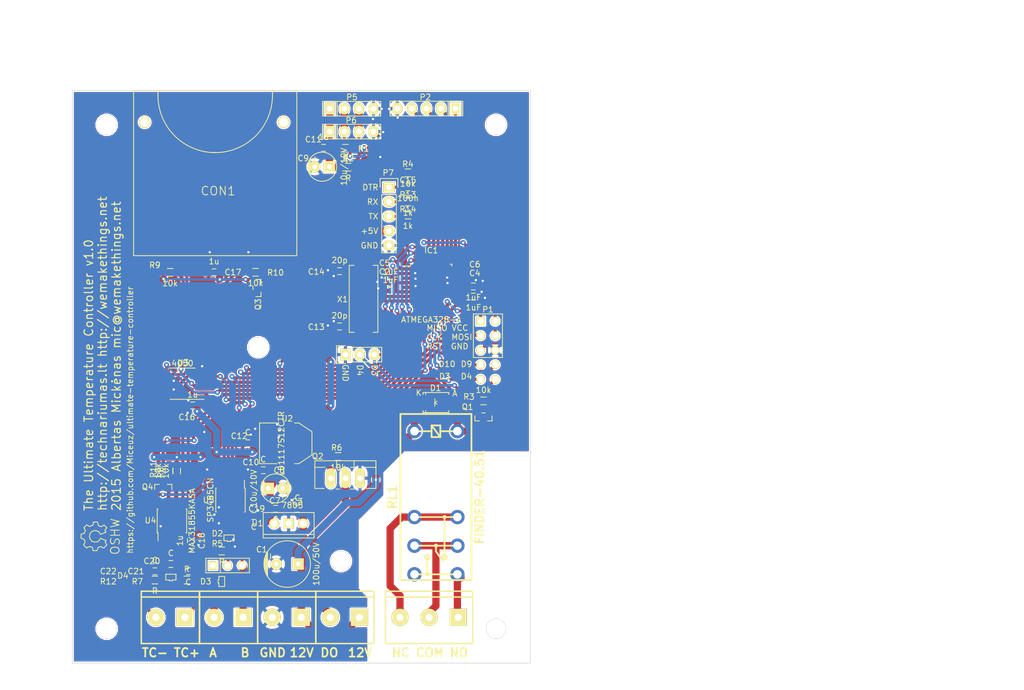
<source format=kicad_pcb>
(kicad_pcb (version 4) (host pcbnew "(2015-04-02 BZR 5563)-product")
  (layers (0 F.Cu signal) (31 B.Cu signal) (34 B.Paste user) (35 F.Paste user hide) (36 B.SilkS user) (37 F.SilkS user) (38 B.Mask user) (39 F.Mask user) (44 Edge.Cuts user))
  (net 0 "")
  (net 1 VCC)
  (net 2 GND)
  (net 3 +5V)
  (net 4 "Net-(C6-Pad1)")
  (net 5 +3V3)
  (net 6 "Net-(C13-Pad1)")
  (net 7 "Net-(C14-Pad1)")
  (net 8 /controller/TC+)
  (net 9 /controller/TC-)
  (net 10 /controller/CS_SD_3V3)
  (net 11 /controller/MOSI_3V3)
  (net 12 /controller/CLK_3V3)
  (net 13 /controller/MISO)
  (net 14 "Net-(CON1-Pad8)")
  (net 15 "Net-(CON1-Pad9)")
  (net 16 "Net-(D1-Pad1)")
  (net 17 "Net-(IC1-Pad1)")
  (net 18 "Net-(IC1-Pad2)")
  (net 19 /controller/TRANSISTOR_ON)
  (net 20 /controller/RELAY_ON)
  (net 21 /controller/CS_SD)
  (net 22 /controller/CS_TC)
  (net 23 /controller/MOSI)
  (net 24 /controller/CLK)
  (net 25 "Net-(IC1-Pad19)")
  (net 26 "Net-(IC1-Pad22)")
  (net 27 /controller/BUTTON1)
  (net 28 /controller/BUTTON2)
  (net 29 /controller/BUTTON3)
  (net 30 /controller/BUTTON4)
  (net 31 /controller/SDA)
  (net 32 /controller/SCL)
  (net 33 /controller/RXD)
  (net 34 /controller/TXD)
  (net 35 /controller/RS485DE)
  (net 36 "Net-(JP1-Pad1)")
  (net 37 "Net-(JP1-Pad2)")
  (net 38 /controller/RS485B)
  (net 39 /controller/RESET)
  (net 40 /controller/DRAIN)
  (net 41 /controller/RELAY_NO)
  (net 42 /controller/RELAY_COM)
  (net 43 /controller/RELAY_NC)
  (net 44 /controller/RS485A)
  (net 45 /controller/CS_TC_3V3)
  (net 46 "Net-(CON1-Pad7)")
  (net 47 "Net-(Q4-PadS)")
  (net 48 "Net-(C20-Pad1)")
  (net 49 "Net-(C20-Pad2)")
  (net 50 "Net-(IC1-Pad14)")
  (net 51 "Net-(IC1-Pad13)")
  (net 52 /controller/DTR)
  (net 53 /controller/RX)
  (net 54 /controller/TX)
  (net 55 "Net-(U3-Pad12)")
  (net 56 "Net-(U3-Pad15)")
  (module w_conn_misc:SD-CARD-PROCON-19608 (layer F.Cu) (at 115.95 117.85 90)
    (fp_text reference CON1 (at 11.3 0.5 180) (layer F.SilkS) (effects (font (size 1.5 1.5))))
    (fp_text value SD_Card)
    (pad 1 smd rect (at -1 -6.77 90) (size 1.8 0.9) (layers F.Cu F.Paste F.Mask) (net 10 /controller/CS_SD_3V3))
    (pad 2 smd rect (at -1 -4.22 90) (size 1.8 0.9) (layers F.Cu F.Paste F.Mask) (net 11 /controller/MOSI_3V3))
    (pad CD smd rect (at -1 -2.52 90) (size 1.8 0.9) (layers F.Cu F.Paste F.Mask))
    (pad 4 smd rect (at -1 0.73 90) (size 1.8 0.9) (layers F.Cu F.Paste F.Mask) (net 5 +3V3))
    (pad 5 smd rect (at -1 3.23 90) (size 1.8 0.9) (layers F.Cu F.Paste F.Mask) (net 12 /controller/CLK_3V3))
    (pad 6 smd rect (at -1 5.73 90) (size 1.8 0.9) (layers F.Cu F.Paste F.Mask) (net 2 GND))
    (pad 7 smd rect (at -1 8.15 90) (size 1.8 0.9) (layers F.Cu F.Paste F.Mask) (net 46 "Net-(CON1-Pad7)"))
    (pad 8 smd rect (at -1 9.85 90) (size 1.8 0.9) (layers F.Cu F.Paste F.Mask) (net 14 "Net-(CON1-Pad8)"))
    (pad 9 smd rect (at -1 -9.27 90) (size 1.8 0.9) (layers F.Cu F.Paste F.Mask) (net 15 "Net-(CON1-Pad9)"))
    (pad 3 smd rect (at -1 -1.02 90) (size 1.8 0.9) (layers F.Cu F.Paste F.Mask) (net 2 GND))
    (pad WP smd rect (at -1 13 90) (size 1.8 0.9) (layers F.Cu F.Paste F.Mask))
    (pad SH1 smd rect (at 20 -14.496 90) (size 2 1.4) (layers F.Cu F.Paste F.Mask))
    (pad SH2 smd rect (at 21.15 13.589 90) (size 2 1.527) (layers F.Cu F.Paste F.Mask))
    (pad "" np_thru_hole circle (at 23.3 11.94 90) (size 2 2) (drill 1.5) (layers *.Cu *.Mask F.SilkS))
    (pad "" np_thru_hole circle (at 23.3 -12.32 90) (size 2 2) (drill 1.5) (layers *.Cu *.Mask F.SilkS))
  )
  (module Pin_Headers:Pin_Header_Straight_1x02 (layer F.Cu) (at 162.306 139.446 90)
    (fp_text reference Pin_Header_Straight_1x02 hide)
    (fp_text value VAL** hide)
    (pad 1 thru_hole circle (at 0 0 90) (size 1.524 1.524) (drill 1.016) (layers *.Cu *.Mask F.SilkS) (net 17 "Net-(IC1-Pad1)"))
    (pad 2 thru_hole circle (at 0 2.54 90) (size 1.524 1.524) (drill 1.016) (layers *.Cu *.Mask F.SilkS) (net 18 "Net-(IC1-Pad2)"))
  )
  (module Pin_Headers:Pin_Header_Straight_1x02 (layer F.Cu) (at 162.306 136.906 90)
    (fp_text reference Pin_Header_Straight_1x02 hide)
    (fp_text value VAL** hide)
    (pad 1 thru_hole circle (at 0 0 90) (size 1.524 1.524) (drill 1.016) (layers *.Cu *.Mask F.SilkS) (net 50 "Net-(IC1-Pad14)"))
    (pad 2 thru_hole circle (at 0 2.54 90) (size 1.524 1.524) (drill 1.016) (layers *.Cu *.Mask F.SilkS) (net 51 "Net-(IC1-Pad13)"))
  )
  (module Mounting_Holes:MountingHole_3-5mm (layer F.Cu) (at 137.922 171.196)
    (fp_text reference MountingHole_3-5mm hide)
    (fp_text value VAL** hide)
    (pad 1 thru_hole circle (at 0 0) (size 3.50012 3.50012) (drill 3.50012) (layers))
  )
  (module Mounting_Holes:MountingHole_3-5mm (layer F.Cu) (at 123.48 133.858)
    (fp_text reference MountingHole_3-5mm hide)
    (fp_text value VAL** hide)
    (pad 1 thru_hole circle (at 0 0) (size 3.50012 3.50012) (drill 3.50012) (layers))
  )
  (module Housings_SSOP:TSSOP-16_4.4x5mm_Pitch0.65mm (layer F.Cu) (at 110.236 140.208 180)
    (fp_text reference U3 (at -0.127 3.683 180) (layer F.SilkS))
    (fp_text value 4050 (at 0 3.55 180) (layer F.SilkS))
    (pad 1 smd rect (at -2.95 -2.275 180) (size 1.5 0.45) (layers F.Cu F.Paste F.Mask) (net 5 +3V3))
    (pad 2 smd rect (at -2.95 -1.625 180) (size 1.5 0.45) (layers F.Cu F.Paste F.Mask) (net 45 /controller/CS_TC_3V3))
    (pad 3 smd rect (at -2.95 -0.975 180) (size 1.5 0.45) (layers F.Cu F.Paste F.Mask) (net 22 /controller/CS_TC))
    (pad 4 smd rect (at -2.95 -0.325 180) (size 1.5 0.45) (layers F.Cu F.Paste F.Mask) (net 10 /controller/CS_SD_3V3))
    (pad 5 smd rect (at -2.95 0.325 180) (size 1.5 0.45) (layers F.Cu F.Paste F.Mask) (net 21 /controller/CS_SD))
    (pad 6 smd rect (at -2.95 0.975 180) (size 1.5 0.45) (layers F.Cu F.Paste F.Mask) (net 12 /controller/CLK_3V3))
    (pad 7 smd rect (at -2.95 1.625 180) (size 1.5 0.45) (layers F.Cu F.Paste F.Mask) (net 24 /controller/CLK))
    (pad 8 smd rect (at -2.95 2.275 180) (size 1.5 0.45) (layers F.Cu F.Paste F.Mask) (net 2 GND))
    (pad 9 smd rect (at 2.95 2.275 180) (size 1.5 0.45) (layers F.Cu F.Paste F.Mask) (net 23 /controller/MOSI))
    (pad 10 smd rect (at 2.95 1.625 180) (size 1.5 0.45) (layers F.Cu F.Paste F.Mask) (net 11 /controller/MOSI_3V3))
    (pad 11 smd rect (at 2.95 0.975 180) (size 1.5 0.45) (layers F.Cu F.Paste F.Mask) (net 2 GND))
    (pad 12 smd rect (at 2.95 0.325 180) (size 1.5 0.45) (layers F.Cu F.Paste F.Mask) (net 55 "Net-(U3-Pad12)"))
    (pad 13 smd rect (at 2.95 -0.325 180) (size 1.5 0.45) (layers F.Cu F.Paste F.Mask))
    (pad 14 smd rect (at 2.95 -0.975 180) (size 1.5 0.45) (layers F.Cu F.Paste F.Mask) (net 2 GND))
    (pad 15 smd rect (at 2.95 -1.625 180) (size 1.5 0.45) (layers F.Cu F.Paste F.Mask) (net 56 "Net-(U3-Pad15)"))
    (pad 16 smd rect (at 2.95 -2.275 180) (size 1.5 0.45) (layers F.Cu F.Paste F.Mask))
  )
  (module w_conn_screw:mors_3p (layer F.Cu) (at 153.305 181.02 180)
    (fp_text reference P9 hide)
    (fp_text value RELAY hide)
    (pad 1 thru_hole rect (at -5.08 0 180) (size 2.99974 2.99974) (drill 1.24968) (layers *.Cu *.Mask F.SilkS) (net 41 /controller/RELAY_NO))
    (pad 2 thru_hole circle (at 0 0 180) (size 2.99974 2.99974) (drill 1.24968) (layers *.Cu *.Mask F.SilkS) (net 42 /controller/RELAY_COM))
    (pad 3 thru_hole circle (at 5.08 0 180) (size 2.99974 2.99974) (drill 1.24968) (layers *.Cu *.Mask F.SilkS) (net 43 /controller/RELAY_NC))
  )
  (module Transistors_SMD:sot23 (layer F.Cu) (at 106.875425 158.489713)
    (fp_text reference Q4 (at -2.735425 -0.247713) (layer F.SilkS))
    (fp_text value MOS_N hide)
    (pad G smd rect (at -0.9525 1.05664) (size 0.59944 1.00076) (layers F.Cu F.Paste F.Mask) (net 5 +3V3))
    (pad D smd rect (at 0 -1.05664) (size 0.59944 1.00076) (layers F.Cu F.Paste F.Mask) (net 13 /controller/MISO))
    (pad S smd rect (at 0.9525 1.05664) (size 0.59944 1.00076) (layers F.Cu F.Paste F.Mask) (net 47 "Net-(Q4-PadS)"))
  )
  (module Transistors_SMD:sot23 (layer F.Cu) (at 162.805 146.009 180)
    (fp_text reference Q1 (at 2.785 1.737 180) (layer F.SilkS))
    (fp_text value MOS_N hide)
    (pad G smd rect (at -0.9525 1.05664 180) (size 0.59944 1.00076) (layers F.Cu F.Paste F.Mask) (net 20 /controller/RELAY_ON))
    (pad D smd rect (at 0 -1.05664 180) (size 0.59944 1.00076) (layers F.Cu F.Paste F.Mask) (net 16 "Net-(D1-Pad1)"))
    (pad S smd rect (at 0.9525 1.05664 180) (size 0.59944 1.00076) (layers F.Cu F.Paste F.Mask) (net 2 GND))
  )
  (module Capacitors_ThroughHole:Capacitor8x13RM3.8 (layer F.Cu) (at 128.524 171.704 90)
    (fp_text reference C1 (at 2.54 -4.445 360) (layer F.SilkS))
    (fp_text value 100u/50V (at 0 5.08 90) (layer F.SilkS))
    (pad 1 thru_hole rect (at 0 1.905 90) (size 1.99898 1.99898) (drill 0.8001) (layers *.Cu *.Mask F.SilkS) (net 1 VCC))
    (pad 2 thru_hole circle (at 0 -1.905 90) (size 1.99898 1.99898) (drill 0.8001) (layers *.Cu *.Mask F.SilkS) (net 2 GND))
  )
  (module Capacitors_SMD:C_0603_HandSoldering (layer F.Cu) (at 146.559158 123.987318 180)
    (fp_text reference C2 (at 1.017158 3.337318 180) (layer F.SilkS))
    (fp_text value 1uF (at 0 1.9 180) (layer F.SilkS))
    (pad 1 smd rect (at -0.95 0 180) (size 1.2 0.75) (layers F.Cu F.Paste F.Mask) (net 3 +5V))
    (pad 2 smd rect (at 0.95 0 180) (size 1.2 0.75) (layers F.Cu F.Paste F.Mask) (net 2 GND))
  )
  (module Capacitors_SMD:C_0603_HandSoldering (layer F.Cu) (at 130.302 162.052 180)
    (fp_text reference C3 (at 0 1.27 180) (layer F.SilkS))
    (fp_text value C (at 0 1.9 180) (layer F.SilkS))
    (pad 1 smd rect (at -0.95 0 180) (size 1.2 0.75) (layers F.Cu F.Paste F.Mask) (net 1 VCC))
    (pad 2 smd rect (at 0.95 0 180) (size 1.2 0.75) (layers F.Cu F.Paste F.Mask) (net 2 GND))
  )
  (module Capacitors_SMD:C_0603_HandSoldering (layer F.Cu) (at 161.037158 125.003318)
    (fp_text reference C4 (at 0.252842 -4.099318) (layer F.SilkS))
    (fp_text value 1uF (at 0 1.9) (layer F.SilkS))
    (pad 1 smd rect (at -0.95 0) (size 1.2 0.75) (layers F.Cu F.Paste F.Mask) (net 3 +5V))
    (pad 2 smd rect (at 0.95 0) (size 1.2 0.75) (layers F.Cu F.Paste F.Mask) (net 2 GND))
  )
  (module Capacitors_SMD:C_0603_HandSoldering (layer F.Cu) (at 146.559158 122.590318 180)
    (fp_text reference C5 (at 1.017158 3.464318 180) (layer F.SilkS))
    (fp_text value 1uF (at 0 1.9 180) (layer F.SilkS))
    (pad 1 smd rect (at -0.95 0 180) (size 1.2 0.75) (layers F.Cu F.Paste F.Mask) (net 3 +5V))
    (pad 2 smd rect (at 0.95 0 180) (size 1.2 0.75) (layers F.Cu F.Paste F.Mask) (net 2 GND))
  )
  (module Capacitors_SMD:C_0603_HandSoldering (layer F.Cu) (at 161.037158 123.225318)
    (fp_text reference C6 (at 0.252842 -3.845318) (layer F.SilkS))
    (fp_text value 1uF (at 0 1.9) (layer F.SilkS))
    (pad 1 smd rect (at -0.95 0) (size 1.2 0.75) (layers F.Cu F.Paste F.Mask) (net 4 "Net-(C6-Pad1)"))
    (pad 2 smd rect (at 0.95 0) (size 1.2 0.75) (layers F.Cu F.Paste F.Mask) (net 2 GND))
  )
  (module Capacitors_SMD:C_0603_HandSoldering (layer F.Cu) (at 126.492 162.052)
    (fp_text reference C7 (at -0.127 -1.397) (layer F.SilkS))
    (fp_text value C (at 0 1.9) (layer F.SilkS))
    (pad 1 smd rect (at -0.95 0) (size 1.2 0.75) (layers F.Cu F.Paste F.Mask) (net 3 +5V))
    (pad 2 smd rect (at 0.95 0) (size 1.2 0.75) (layers F.Cu F.Paste F.Mask) (net 2 GND))
  )
  (module Capacitors_ThroughHole:Capacitor5x6RM2.5 (layer F.Cu) (at 126.492 158.496 270)
    (fp_text reference C8 (at -3.175 -0.635 360) (layer F.SilkS))
    (fp_text value 10u/10V (at 0 3.81 270) (layer F.SilkS))
    (pad 1 thru_hole rect (at 0 1.27 270) (size 1.99898 1.99898) (drill 0.8001) (layers *.Cu *.Mask F.SilkS) (net 3 +5V))
    (pad 2 thru_hole circle (at 0 -1.27 270) (size 1.99898 1.99898) (drill 0.8001) (layers *.Cu *.Mask F.SilkS) (net 2 GND))
  )
  (module Capacitors_ThroughHole:Capacitor5x6RM2.5 (layer F.Cu) (at 134.62 102.3138 90)
    (fp_text reference C9 (at 1.4758 -3.302 180) (layer F.SilkS))
    (fp_text value 10u/10V (at 0 3.81 90) (layer F.SilkS))
    (pad 1 thru_hole rect (at 0 1.27 90) (size 1.99898 1.99898) (drill 0.8001) (layers *.Cu *.Mask F.SilkS) (net 3 +5V))
    (pad 2 thru_hole circle (at 0 -1.27 90) (size 1.99898 1.99898) (drill 0.8001) (layers *.Cu *.Mask F.SilkS) (net 2 GND))
  )
  (module Capacitors_SMD:C_0603_HandSoldering (layer F.Cu) (at 124.333 155.321 180)
    (fp_text reference C10 (at 2.159 1.397 180) (layer F.SilkS))
    (fp_text value C (at 0 1.9 180) (layer F.SilkS))
    (pad 1 smd rect (at -0.95 0 180) (size 1.2 0.75) (layers F.Cu F.Paste F.Mask) (net 3 +5V))
    (pad 2 smd rect (at 0.95 0 180) (size 1.2 0.75) (layers F.Cu F.Paste F.Mask) (net 2 GND))
  )
  (module Capacitors_SMD:C_0603_HandSoldering (layer F.Cu) (at 134.874 99.0118 180)
    (fp_text reference C11 (at 1.778 1.4758 180) (layer F.SilkS))
    (fp_text value 1u (at 0 1.9 180) (layer F.SilkS))
    (pad 1 smd rect (at -0.95 0 180) (size 1.2 0.75) (layers F.Cu F.Paste F.Mask) (net 3 +5V))
    (pad 2 smd rect (at 0.95 0 180) (size 1.2 0.75) (layers F.Cu F.Paste F.Mask) (net 2 GND))
  )
  (module Capacitors_SMD:C_0603_HandSoldering (layer F.Cu) (at 121.666 150.622 180)
    (fp_text reference C12 (at 1.524 1.27 180) (layer F.SilkS))
    (fp_text value C (at 0 1.9 180) (layer F.SilkS))
    (pad 1 smd rect (at -0.95 0 180) (size 1.2 0.75) (layers F.Cu F.Paste F.Mask) (net 5 +3V3))
    (pad 2 smd rect (at 0.95 0 180) (size 1.2 0.75) (layers F.Cu F.Paste F.Mask) (net 2 GND))
  )
  (module Capacitors_SMD:C_0603_HandSoldering (layer F.Cu) (at 137.669158 130.210318 180)
    (fp_text reference C13 (at 4.065158 -0.091682 180) (layer F.SilkS))
    (fp_text value 20p (at 0 1.9 180) (layer F.SilkS))
    (pad 1 smd rect (at -0.95 0 180) (size 1.2 0.75) (layers F.Cu F.Paste F.Mask) (net 6 "Net-(C13-Pad1)"))
    (pad 2 smd rect (at 0.95 0 180) (size 1.2 0.75) (layers F.Cu F.Paste F.Mask) (net 2 GND))
  )
  (module Capacitors_SMD:C_0603_HandSoldering (layer F.Cu) (at 137.669158 120.558318 180)
    (fp_text reference C14 (at 4.065158 -0.091682 180) (layer F.SilkS))
    (fp_text value 20p (at 0 1.9 180) (layer F.SilkS))
    (pad 1 smd rect (at -0.95 0 180) (size 1.2 0.75) (layers F.Cu F.Paste F.Mask) (net 7 "Net-(C14-Pad1)"))
    (pad 2 smd rect (at 0.95 0 180) (size 1.2 0.75) (layers F.Cu F.Paste F.Mask) (net 2 GND))
  )
  (module Capacitors_SMD:C_0603_HandSoldering (layer F.Cu) (at 112.014 144.018 180)
    (fp_text reference C16 (at 1.016 -2.032 180) (layer F.SilkS))
    (fp_text value 1u (at 0 1.9 180) (layer F.SilkS))
    (pad 1 smd rect (at -0.95 0 180) (size 1.2 0.75) (layers F.Cu F.Paste F.Mask) (net 5 +3V3))
    (pad 2 smd rect (at 0.95 0 180) (size 1.2 0.75) (layers F.Cu F.Paste F.Mask) (net 2 GND))
  )
  (module Capacitors_SMD:C_0603_HandSoldering (layer F.Cu) (at 115.75 120.75 180)
    (fp_text reference C17 (at -3.302 0 180) (layer F.SilkS))
    (fp_text value 1u (at 0 1.9 180) (layer F.SilkS))
    (pad 1 smd rect (at -0.95 0 180) (size 1.2 0.75) (layers F.Cu F.Paste F.Mask) (net 5 +3V3))
    (pad 2 smd rect (at 0.95 0 180) (size 1.2 0.75) (layers F.Cu F.Paste F.Mask) (net 2 GND))
  )
  (module Capacitors_SMD:C_0603_HandSoldering (layer F.Cu) (at 111.701425 167.633713 270)
    (fp_text reference C18 (at 0 -1.9 270) (layer F.SilkS))
    (fp_text value 1u (at 0 1.9 270) (layer F.SilkS))
    (pad 1 smd rect (at -0.95 0 270) (size 1.2 0.75) (layers F.Cu F.Paste F.Mask) (net 5 +3V3))
    (pad 2 smd rect (at 0.95 0 270) (size 1.2 0.75) (layers F.Cu F.Paste F.Mask) (net 2 GND))
  )
  (module Capacitors_SMD:C_0603_HandSoldering (layer F.Cu) (at 122.682 163.322)
    (fp_text reference C19 (at 0.508 -1.27) (layer F.SilkS))
    (fp_text value C (at 0 1.9) (layer F.SilkS))
    (pad 1 smd rect (at -0.95 0) (size 1.2 0.75) (layers F.Cu F.Paste F.Mask) (net 3 +5V))
    (pad 2 smd rect (at 0.95 0) (size 1.2 0.75) (layers F.Cu F.Paste F.Mask) (net 2 GND))
  )
  (module Capacitors_SMD:C_0603_HandSoldering (layer F.Cu) (at 108.204 171.704 180)
    (fp_text reference C20 (at 3.302 0.508 180) (layer F.SilkS))
    (fp_text value C (at 0 1.9 180) (layer F.SilkS))
    (pad 1 smd rect (at -0.95 0 180) (size 1.2 0.75) (layers F.Cu F.Paste F.Mask) (net 48 "Net-(C20-Pad1)"))
    (pad 2 smd rect (at 0.95 0 180) (size 1.2 0.75) (layers F.Cu F.Paste F.Mask) (net 49 "Net-(C20-Pad2)"))
  )
  (module Capacitors_SMD:C_0603_HandSoldering (layer F.Cu) (at 111.252 172.974)
    (fp_text reference C21 (at -9.144 0) (layer F.SilkS))
    (fp_text value C (at 0 1.9) (layer F.SilkS))
    (pad 1 smd rect (at -0.95 0) (size 1.2 0.75) (layers F.Cu F.Paste F.Mask) (net 48 "Net-(C20-Pad1)"))
    (pad 2 smd rect (at 0.95 0) (size 1.2 0.75) (layers F.Cu F.Paste F.Mask) (net 2 GND))
  )
  (module Capacitors_SMD:C_0603_HandSoldering (layer F.Cu) (at 105.41 172.974 180)
    (fp_text reference C22 (at 8.128 0 180) (layer F.SilkS))
    (fp_text value C (at 0 1.9 180) (layer F.SilkS))
    (pad 1 smd rect (at -0.95 0 180) (size 1.2 0.75) (layers F.Cu F.Paste F.Mask) (net 49 "Net-(C20-Pad2)"))
    (pad 2 smd rect (at 0.95 0 180) (size 1.2 0.75) (layers F.Cu F.Paste F.Mask) (net 2 GND))
  )
  (module Diodes_SMD:Diode-SMA_Handsoldering (layer F.Cu) (at 154.5 143.5 180)
    (fp_text reference D1 (at 0.068 2.53 180) (layer F.SilkS))
    (fp_text value DIODE hide)
    (fp_text user A (at -3.29946 1.6002 180) (layer F.SilkS))
    (fp_text user K (at 2.99974 1.69926 180) (layer F.SilkS))
    (pad 1 smd rect (at -2.49936 0 180) (size 3.50012 1.80086) (layers F.Cu F.Paste F.Mask) (net 16 "Net-(D1-Pad1)"))
    (pad 2 smd rect (at 2.49936 0 180) (size 3.50012 1.80086) (layers F.Cu F.Paste F.Mask) (net 1 VCC))
  )
  (module Housings_QFP:TQFP-32_7x7mm_Pitch0.8mm (layer F.Cu) (at 153.671158 122.971318)
    (fp_text reference IC1 (at 0 -6.05) (layer F.SilkS))
    (fp_text value ATMEGA328-A (at 0 6.05) (layer F.SilkS))
    (pad 1 smd rect (at -4.25 -2.8) (size 1.6 0.55) (layers F.Cu F.Paste F.Mask) (net 17 "Net-(IC1-Pad1)"))
    (pad 2 smd rect (at -4.25 -2) (size 1.6 0.55) (layers F.Cu F.Paste F.Mask) (net 18 "Net-(IC1-Pad2)"))
    (pad 3 smd rect (at -4.25 -1.2) (size 1.6 0.55) (layers F.Cu F.Paste F.Mask) (net 2 GND))
    (pad 4 smd rect (at -4.25 -0.4) (size 1.6 0.55) (layers F.Cu F.Paste F.Mask) (net 3 +5V))
    (pad 5 smd rect (at -4.25 0.4) (size 1.6 0.55) (layers F.Cu F.Paste F.Mask) (net 2 GND))
    (pad 6 smd rect (at -4.25 1.2) (size 1.6 0.55) (layers F.Cu F.Paste F.Mask) (net 3 +5V))
    (pad 7 smd rect (at -4.25 2) (size 1.6 0.55) (layers F.Cu F.Paste F.Mask) (net 7 "Net-(C14-Pad1)"))
    (pad 8 smd rect (at -4.25 2.8) (size 1.6 0.55) (layers F.Cu F.Paste F.Mask) (net 6 "Net-(C13-Pad1)"))
    (pad 9 smd rect (at -2.8 4.25 90) (size 1.6 0.55) (layers F.Cu F.Paste F.Mask) (net 21 /controller/CS_SD))
    (pad 10 smd rect (at -2 4.25 90) (size 1.6 0.55) (layers F.Cu F.Paste F.Mask) (net 22 /controller/CS_TC))
    (pad 11 smd rect (at -1.2 4.25 90) (size 1.6 0.55) (layers F.Cu F.Paste F.Mask) (net 19 /controller/TRANSISTOR_ON))
    (pad 12 smd rect (at -0.4 4.25 90) (size 1.6 0.55) (layers F.Cu F.Paste F.Mask) (net 20 /controller/RELAY_ON))
    (pad 13 smd rect (at 0.4 4.25 90) (size 1.6 0.55) (layers F.Cu F.Paste F.Mask) (net 51 "Net-(IC1-Pad13)"))
    (pad 14 smd rect (at 1.2 4.25 90) (size 1.6 0.55) (layers F.Cu F.Paste F.Mask) (net 50 "Net-(IC1-Pad14)"))
    (pad 15 smd rect (at 2 4.25 90) (size 1.6 0.55) (layers F.Cu F.Paste F.Mask) (net 23 /controller/MOSI))
    (pad 16 smd rect (at 2.8 4.25 90) (size 1.6 0.55) (layers F.Cu F.Paste F.Mask) (net 13 /controller/MISO))
    (pad 17 smd rect (at 4.25 2.8) (size 1.6 0.55) (layers F.Cu F.Paste F.Mask) (net 24 /controller/CLK))
    (pad 18 smd rect (at 4.25 2) (size 1.6 0.55) (layers F.Cu F.Paste F.Mask) (net 3 +5V))
    (pad 19 smd rect (at 4.25 1.2) (size 1.6 0.55) (layers F.Cu F.Paste F.Mask) (net 25 "Net-(IC1-Pad19)"))
    (pad 20 smd rect (at 4.25 0.4) (size 1.6 0.55) (layers F.Cu F.Paste F.Mask) (net 4 "Net-(C6-Pad1)"))
    (pad 21 smd rect (at 4.25 -0.4) (size 1.6 0.55) (layers F.Cu F.Paste F.Mask) (net 2 GND))
    (pad 22 smd rect (at 4.25 -1.2) (size 1.6 0.55) (layers F.Cu F.Paste F.Mask) (net 26 "Net-(IC1-Pad22)"))
    (pad 23 smd rect (at 4.25 -2) (size 1.6 0.55) (layers F.Cu F.Paste F.Mask) (net 27 /controller/BUTTON1))
    (pad 24 smd rect (at 4.25 -2.8) (size 1.6 0.55) (layers F.Cu F.Paste F.Mask) (net 28 /controller/BUTTON2))
    (pad 25 smd rect (at 2.8 -4.25 90) (size 1.6 0.55) (layers F.Cu F.Paste F.Mask) (net 29 /controller/BUTTON3))
    (pad 26 smd rect (at 2 -4.25 90) (size 1.6 0.55) (layers F.Cu F.Paste F.Mask) (net 30 /controller/BUTTON4))
    (pad 27 smd rect (at 1.2 -4.25 90) (size 1.6 0.55) (layers F.Cu F.Paste F.Mask) (net 31 /controller/SDA))
    (pad 28 smd rect (at 0.4 -4.25 90) (size 1.6 0.55) (layers F.Cu F.Paste F.Mask) (net 32 /controller/SCL))
    (pad 29 smd rect (at -0.4 -4.25 90) (size 1.6 0.55) (layers F.Cu F.Paste F.Mask) (net 39 /controller/RESET))
    (pad 30 smd rect (at -1.2 -4.25 90) (size 1.6 0.55) (layers F.Cu F.Paste F.Mask) (net 33 /controller/RXD))
    (pad 31 smd rect (at -2 -4.25 90) (size 1.6 0.55) (layers F.Cu F.Paste F.Mask) (net 34 /controller/TXD))
    (pad 32 smd rect (at -2.8 -4.25 90) (size 1.6 0.55) (layers F.Cu F.Paste F.Mask) (net 35 /controller/RS485DE))
  )
  (module Pin_Arrays:pin_array_1x03 (layer F.Cu) (at 118.11 171.958)
    (fp_text reference JP1 hide)
    (fp_text value TERM hide)
    (pad 1 thru_hole rect (at -2.54 0) (size 1.524 1.524) (drill 1.016) (layers *.Cu *.Mask F.SilkS) (net 36 "Net-(JP1-Pad1)"))
    (pad 2 thru_hole circle (at 0 0) (size 1.524 1.524) (drill 1.016) (layers *.Cu *.Mask F.SilkS) (net 37 "Net-(JP1-Pad2)"))
    (pad 3 thru_hole circle (at 2.54 0) (size 1.524 1.524) (drill 1.016) (layers *.Cu *.Mask F.SilkS) (net 38 /controller/RS485B))
  )
  (module Pin_Arrays:pin_array_2x03 (layer F.Cu) (at 163.576 131.826 270)
    (fp_text reference P1 (at -4.572 0 360) (layer F.SilkS))
    (fp_text value ISP hide)
    (pad 1 thru_hole rect (at -2.54 1.27 270) (size 1.524 1.524) (drill 1.016) (layers *.Cu *.Mask F.SilkS) (net 13 /controller/MISO))
    (pad 2 thru_hole circle (at -2.54 -1.27 270) (size 1.524 1.524) (drill 1.016) (layers *.Cu *.Mask F.SilkS) (net 3 +5V))
    (pad 3 thru_hole circle (at 0 1.27 270) (size 1.524 1.524) (drill 1.016) (layers *.Cu *.Mask F.SilkS) (net 24 /controller/CLK))
    (pad 4 thru_hole circle (at 0 -1.27 270) (size 1.524 1.524) (drill 1.016) (layers *.Cu *.Mask F.SilkS) (net 23 /controller/MOSI))
    (pad 5 thru_hole circle (at 2.54 1.27 270) (size 1.524 1.524) (drill 1.016) (layers *.Cu *.Mask F.SilkS) (net 39 /controller/RESET))
    (pad 6 thru_hole circle (at 2.54 -1.27 270) (size 1.524 1.524) (drill 1.016) (layers *.Cu *.Mask F.SilkS) (net 2 GND))
  )
  (module Pin_Headers:Pin_Header_Straight_1x05 (layer F.Cu) (at 152.8318 92.1538 180)
    (fp_text reference P2 (at 0.1778 1.9838 180) (layer F.SilkS))
    (fp_text value BUTTONS hide)
    (pad 1 thru_hole rect (at -5.08 0 180) (size 1.7272 2.032) (drill 1.016) (layers *.Cu *.Mask F.SilkS) (net 27 /controller/BUTTON1))
    (pad 2 thru_hole oval (at -2.54 0 180) (size 1.7272 2.032) (drill 1.016) (layers *.Cu *.Mask F.SilkS) (net 28 /controller/BUTTON2))
    (pad 3 thru_hole oval (at 0 0 180) (size 1.7272 2.032) (drill 1.016) (layers *.Cu *.Mask F.SilkS) (net 29 /controller/BUTTON3))
    (pad 4 thru_hole oval (at 2.54 0 180) (size 1.7272 2.032) (drill 1.016) (layers *.Cu *.Mask F.SilkS) (net 30 /controller/BUTTON4))
    (pad 5 thru_hole oval (at 5.08 0 180) (size 1.7272 2.032) (drill 1.016) (layers *.Cu *.Mask F.SilkS) (net 2 GND))
  )
  (module Pin_Headers:Pin_Header_Straight_1x04 (layer F.Cu) (at 139.78 92.1778)
    (fp_text reference P5 (at 0.047 -2.0078) (layer F.SilkS))
    (fp_text value I2C1 hide)
    (pad 1 thru_hole rect (at -3.81 0) (size 1.7272 2.032) (drill 1.016) (layers *.Cu *.Mask F.SilkS) (net 3 +5V))
    (pad 2 thru_hole oval (at -1.27 0) (size 1.7272 2.032) (drill 1.016) (layers *.Cu *.Mask F.SilkS) (net 31 /controller/SDA))
    (pad 3 thru_hole oval (at 1.27 0) (size 1.7272 2.032) (drill 1.016) (layers *.Cu *.Mask F.SilkS) (net 32 /controller/SCL))
    (pad 4 thru_hole oval (at 3.81 0) (size 1.7272 2.032) (drill 1.016) (layers *.Cu *.Mask F.SilkS) (net 2 GND))
  )
  (module Pin_Headers:Pin_Header_Straight_1x04 (layer F.Cu) (at 139.78 96.1778)
    (fp_text reference P6 (at -0.08 -1.9438) (layer F.SilkS))
    (fp_text value I2C2 hide)
    (pad 1 thru_hole rect (at -3.81 0) (size 1.7272 2.032) (drill 1.016) (layers *.Cu *.Mask F.SilkS) (net 3 +5V))
    (pad 2 thru_hole oval (at -1.27 0) (size 1.7272 2.032) (drill 1.016) (layers *.Cu *.Mask F.SilkS) (net 31 /controller/SDA))
    (pad 3 thru_hole oval (at 1.27 0) (size 1.7272 2.032) (drill 1.016) (layers *.Cu *.Mask F.SilkS) (net 32 /controller/SCL))
    (pad 4 thru_hole oval (at 3.81 0) (size 1.7272 2.032) (drill 1.016) (layers *.Cu *.Mask F.SilkS) (net 2 GND))
  )
  (module w_conn_screw:mors_2p (layer F.Cu) (at 108.125 181.02 180)
    (fp_text reference P8 hide)
    (fp_text value THERMOCOUPLE hide)
    (pad 1 thru_hole rect (at -2.54 0 180) (size 2.99974 2.99974) (drill 1.24968) (layers *.Cu *.Mask F.SilkS) (net 8 /controller/TC+))
    (pad 2 thru_hole circle (at 2.54 0 180) (size 2.99974 2.99974) (drill 1.24968) (layers *.Cu *.Mask F.SilkS) (net 9 /controller/TC-))
  )
  (module w_conn_screw:mors_2p (layer F.Cu) (at 118.285 181.02 180)
    (fp_text reference P10 hide)
    (fp_text value RS485 hide)
    (pad 1 thru_hole rect (at -2.54 0 180) (size 2.99974 2.99974) (drill 1.24968) (layers *.Cu *.Mask F.SilkS) (net 38 /controller/RS485B))
    (pad 2 thru_hole circle (at 2.54 0 180) (size 2.99974 2.99974) (drill 1.24968) (layers *.Cu *.Mask F.SilkS) (net 44 /controller/RS485A))
  )
  (module Transistors_TO-220:TO-220_FET-GDS_Vertical_LargePads (layer F.Cu) (at 138.684 156.718)
    (fp_text reference Q2 (at -4.826 -3.81) (layer F.SilkS))
    (fp_text value MOS_N hide)
    (pad D thru_hole oval (at 0 0 90) (size 3.50012 1.69926) (drill 1.00076) (layers *.Cu *.Mask F.SilkS) (net 40 /controller/DRAIN))
    (pad G thru_hole oval (at -2.54 0 90) (size 3.50012 1.69926) (drill 1.00076) (layers *.Cu *.Mask F.SilkS) (net 19 /controller/TRANSISTOR_ON))
    (pad S thru_hole oval (at 2.54 0 90) (size 3.50012 1.69926) (drill 1.00076) (layers *.Cu *.Mask F.SilkS) (net 2 GND))
  )
  (module Resistors_SMD:R_0603_HandSoldering (layer F.Cu) (at 138.684 99.088)
    (fp_text reference R1 (at 3.175 0.099) (layer F.SilkS))
    (fp_text value R (at 0 1.9) (layer F.SilkS))
    (pad 1 smd rect (at -1.1 0) (size 1.2 0.9) (layers F.Cu F.Paste F.Mask) (net 3 +5V))
    (pad 2 smd rect (at 1.1 0) (size 1.2 0.9) (layers F.Cu F.Paste F.Mask) (net 31 /controller/SDA))
  )
  (module Resistors_SMD:R_0603_HandSoldering (layer F.Cu) (at 139.192 102.39)
    (fp_text reference R2 (at 0 -1.552) (layer F.SilkS))
    (fp_text value R (at 0 1.9) (layer F.SilkS))
    (pad 1 smd rect (at -1.1 0) (size 1.2 0.9) (layers F.Cu F.Paste F.Mask) (net 3 +5V))
    (pad 2 smd rect (at 1.1 0) (size 1.2 0.9) (layers F.Cu F.Paste F.Mask) (net 32 /controller/SCL))
  )
  (module Resistors_SMD:R_0603_HandSoldering (layer F.Cu) (at 162.805 143.215 180)
    (fp_text reference R3 (at 2.531 0.721 180) (layer F.SilkS))
    (fp_text value 10k (at 0 1.9 180) (layer F.SilkS))
    (pad 1 smd rect (at -1.1 0 180) (size 1.2 0.9) (layers F.Cu F.Paste F.Mask) (net 20 /controller/RELAY_ON))
    (pad 2 smd rect (at 1.1 0 180) (size 1.2 0.9) (layers F.Cu F.Paste F.Mask) (net 2 GND))
  )
  (module Resistors_SMD:R_0603_HandSoldering (layer F.Cu) (at 149.606 103.378)
    (fp_text reference R4 (at 0 -1.524) (layer F.SilkS))
    (fp_text value 10k (at 0 1.9) (layer F.SilkS))
    (pad 1 smd rect (at -1.1 0) (size 1.2 0.9) (layers F.Cu F.Paste F.Mask) (net 3 +5V))
    (pad 2 smd rect (at 1.1 0) (size 1.2 0.9) (layers F.Cu F.Paste F.Mask) (net 39 /controller/RESET))
  )
  (module Resistors_SMD:R_0603_HandSoldering (layer F.Cu) (at 117.094 169.418)
    (fp_text reference R5 (at -0.762 -1.27) (layer F.SilkS))
    (fp_text value R (at 0 1.9) (layer F.SilkS))
    (pad 1 smd rect (at -1.1 0) (size 1.2 0.9) (layers F.Cu F.Paste F.Mask) (net 44 /controller/RS485A))
    (pad 2 smd rect (at 1.1 0) (size 1.2 0.9) (layers F.Cu F.Paste F.Mask) (net 37 "Net-(JP1-Pad2)"))
  )
  (module Resistors_SMD:R_0603_HandSoldering (layer F.Cu) (at 137.414 152.924)
    (fp_text reference R6 (at -0.254 -1.54) (layer F.SilkS))
    (fp_text value 10k (at 0 1.9) (layer F.SilkS))
    (pad 1 smd rect (at -1.1 0) (size 1.2 0.9) (layers F.Cu F.Paste F.Mask) (net 19 /controller/TRANSISTOR_ON))
    (pad 2 smd rect (at 1.1 0) (size 1.2 0.9) (layers F.Cu F.Paste F.Mask) (net 2 GND))
  )
  (module SMD_Packages:SOT-223 (layer F.Cu) (at 128.27 150.622 270)
    (fp_text reference U2 (at -4.318 -0.254 540) (layer F.SilkS))
    (fp_text value LD1117S12CTR (at 0 0.762 270) (layer F.SilkS))
    (pad 4 smd rect (at 0 -3.302 270) (size 3.6576 2.032) (layers F.Cu F.Paste F.Mask))
    (pad 2 smd rect (at 0 3.302 270) (size 1.016 2.032) (layers F.Cu F.Paste F.Mask) (net 5 +3V3))
    (pad 3 smd rect (at 2.286 3.302 270) (size 1.016 2.032) (layers F.Cu F.Paste F.Mask) (net 3 +5V))
    (pad 1 smd rect (at -2.286 3.302 270) (size 1.016 2.032) (layers F.Cu F.Paste F.Mask) (net 2 GND))
  )
  (module Housings_SOIC:SOIC-8_3.9x4.9mm_Pitch1.27mm (layer F.Cu) (at 108.397425 164.171713 90)
    (fp_text reference U4 (at 0.087713 -3.749425 180) (layer F.SilkS))
    (fp_text value MAX31855KASA (at 0 3.5 90) (layer F.SilkS))
    (pad 1 smd rect (at -2.7 -1.905 90) (size 1.55 0.6) (layers F.Cu F.Paste F.Mask) (net 2 GND))
    (pad 2 smd rect (at -2.7 -0.635 90) (size 1.55 0.6) (layers F.Cu F.Paste F.Mask) (net 49 "Net-(C20-Pad2)"))
    (pad 3 smd rect (at -2.7 0.635 90) (size 1.55 0.6) (layers F.Cu F.Paste F.Mask) (net 48 "Net-(C20-Pad1)"))
    (pad 4 smd rect (at -2.7 1.905 90) (size 1.55 0.6) (layers F.Cu F.Paste F.Mask) (net 5 +3V3))
    (pad 5 smd rect (at 2.7 1.905 90) (size 1.55 0.6) (layers F.Cu F.Paste F.Mask) (net 12 /controller/CLK_3V3))
    (pad 6 smd rect (at 2.7 0.635 90) (size 1.55 0.6) (layers F.Cu F.Paste F.Mask) (net 45 /controller/CS_TC_3V3))
    (pad 7 smd rect (at 2.7 -0.635 90) (size 1.55 0.6) (layers F.Cu F.Paste F.Mask) (net 47 "Net-(Q4-PadS)"))
    (pad 8 smd rect (at 2.7 -1.905 90) (size 1.55 0.6) (layers F.Cu F.Paste F.Mask))
  )
  (module Housings_SOIC:SOIC-8_3.9x4.9mm_Pitch1.27mm (layer F.Cu) (at 118.618 160.528 270)
    (fp_text reference U5 (at 0 3.81 540) (layer F.SilkS))
    (fp_text value SP3485CN (at 0 3.5 270) (layer F.SilkS))
    (pad 1 smd rect (at -2.7 -1.905 270) (size 1.55 0.6) (layers F.Cu F.Paste F.Mask) (net 33 /controller/RXD))
    (pad 2 smd rect (at -2.7 -0.635 270) (size 1.55 0.6) (layers F.Cu F.Paste F.Mask) (net 35 /controller/RS485DE))
    (pad 3 smd rect (at -2.7 0.635 270) (size 1.55 0.6) (layers F.Cu F.Paste F.Mask) (net 35 /controller/RS485DE))
    (pad 4 smd rect (at -2.7 1.905 270) (size 1.55 0.6) (layers F.Cu F.Paste F.Mask) (net 34 /controller/TXD))
    (pad 5 smd rect (at 2.7 1.905 270) (size 1.55 0.6) (layers F.Cu F.Paste F.Mask) (net 2 GND))
    (pad 6 smd rect (at 2.7 0.635 270) (size 1.55 0.6) (layers F.Cu F.Paste F.Mask) (net 44 /controller/RS485A))
    (pad 7 smd rect (at 2.7 -0.635 270) (size 1.55 0.6) (layers F.Cu F.Paste F.Mask) (net 38 /controller/RS485B))
    (pad 8 smd rect (at 2.7 -1.905 270) (size 1.55 0.6) (layers F.Cu F.Paste F.Mask) (net 3 +5V))
  )
  (module Crystals:Crystal_HC49-SD_SMD (layer F.Cu) (at 141.860158 125.384318 90)
    (fp_text reference X1 (at -0.091682 -3.684158 360) (layer F.SilkS))
    (fp_text value CRYSTAL hide)
    (pad 1 smd rect (at -4.84886 0 90) (size 5.6007 2.10058) (layers F.Cu F.Paste F.Mask) (net 6 "Net-(C13-Pad1)"))
    (pad 2 smd rect (at 4.84886 0 90) (size 5.6007 2.10058) (layers F.Cu F.Paste F.Mask) (net 7 "Net-(C14-Pad1)"))
  )
  (module w_conn_screw:mors_2p (layer F.Cu) (at 138.605 181.02 180)
    (fp_text reference P3 hide)
    (fp_text value OPEN_DRAIN hide)
    (pad 1 thru_hole rect (at -2.54 0 180) (size 2.99974 2.99974) (drill 1.24968) (layers *.Cu *.Mask F.SilkS) (net 1 VCC))
    (pad 2 thru_hole circle (at 2.54 0 180) (size 2.99974 2.99974) (drill 1.24968) (layers *.Cu *.Mask F.SilkS) (net 40 /controller/DRAIN))
  )
  (module w_conn_screw:mors_2p (layer F.Cu) (at 128.445 181.02 180)
    (fp_text reference P4 hide)
    (fp_text value POWER hide)
    (pad 1 thru_hole rect (at -2.54 0 180) (size 2.99974 2.99974) (drill 1.24968) (layers *.Cu *.Mask F.SilkS) (net 1 VCC))
    (pad 2 thru_hole circle (at 2.54 0 180) (size 2.99974 2.99974) (drill 1.24968) (layers *.Cu *.Mask F.SilkS) (net 2 GND))
  )
  (module Discret:LM78XXV (layer F.Cu) (at 128.778 164.62 270)
    (fp_text reference U1 (at -0.028 5.461 360) (layer F.SilkS))
    (fp_text value 7805 (at -3.175 -0.635 360) (layer F.SilkS))
    (pad VI thru_hole circle (at 0 -2.54 270) (size 1.778 1.778) (drill 1.143) (layers *.Cu *.Mask F.SilkS) (net 1 VCC))
    (pad GND thru_hole rect (at 0 0 270) (size 1.778 1.778) (drill 1.143) (layers *.Cu *.Mask F.SilkS) (net 2 GND))
    (pad VO thru_hole circle (at 0 2.54 270) (size 1.778 1.778) (drill 1.143) (layers *.Cu *.Mask F.SilkS) (net 3 +5V))
  )
  (module Mounting_Holes:MountingHole_3-5mm (layer F.Cu) (at 97 183)
    (fp_text reference MountingHole_3-5mm hide)
    (fp_text value VAL** hide)
    (pad 1 thru_hole circle (at 0 0) (size 3.50012 3.50012) (drill 3.50012) (layers))
  )
  (module Mounting_Holes:MountingHole_3-5mm (layer F.Cu) (at 165 183)
    (fp_text reference MountingHole_3-5mm hide)
    (fp_text value VAL** hide)
    (pad 1 thru_hole circle (at 0 0) (size 3.50012 3.50012) (drill 3.50012) (layers))
  )
  (module Mounting_Holes:MountingHole_3-5mm (layer F.Cu) (at 97 95)
    (fp_text reference MountingHole_3-5mm hide)
    (fp_text value VAL** hide)
    (pad 1 thru_hole circle (at 0 0) (size 3.50012 3.50012) (drill 3.50012) (layers))
  )
  (module Mounting_Holes:MountingHole_3-5mm (layer F.Cu) (at 165 95)
    (fp_text reference MountingHole_3-5mm hide)
    (fp_text value VAL** hide)
    (pad 1 thru_hole circle (at 0 0) (size 3.50012 3.50012) (drill 3.50012) (layers))
  )
  (module Transistors_SMD:sot23 (layer F.Cu) (at 123.25 123.5 270)
    (fp_text reference Q3 (at 2.858412 -0.191822 270) (layer F.SilkS))
    (fp_text value MOS_N hide)
    (pad G smd rect (at -0.9525 1.05664 270) (size 0.59944 1.00076) (layers F.Cu F.Paste F.Mask) (net 5 +3V3))
    (pad D smd rect (at 0 -1.05664 270) (size 0.59944 1.00076) (layers F.Cu F.Paste F.Mask) (net 13 /controller/MISO))
    (pad S smd rect (at 0.9525 1.05664 270) (size 0.59944 1.00076) (layers F.Cu F.Paste F.Mask) (net 46 "Net-(CON1-Pad7)"))
  )
  (module Resistors_SMD:R_0603_HandSoldering (layer F.Cu) (at 109.22 155.448 270)
    (fp_text reference R8 (at 0.254 2.794 270) (layer F.SilkS))
    (fp_text value 10k (at 0 1.9 270) (layer F.SilkS))
    (pad 1 smd rect (at -1.1 0 270) (size 1.2 0.9) (layers F.Cu F.Paste F.Mask) (net 5 +3V3))
    (pad 2 smd rect (at 1.1 0 270) (size 1.2 0.9) (layers F.Cu F.Paste F.Mask) (net 45 /controller/CS_TC_3V3))
  )
  (module Resistors_SMD:R_0603_HandSoldering (layer F.Cu) (at 108.077 120.777)
    (fp_text reference R9 (at -2.667 -1.27) (layer F.SilkS))
    (fp_text value 10k (at 0 1.9) (layer F.SilkS))
    (pad 1 smd rect (at -1.1 0) (size 1.2 0.9) (layers F.Cu F.Paste F.Mask) (net 5 +3V3))
    (pad 2 smd rect (at 1.1 0) (size 1.2 0.9) (layers F.Cu F.Paste F.Mask) (net 10 /controller/CS_SD_3V3))
  )
  (module Resistors_SMD:R_0603_HandSoldering (layer F.Cu) (at 123 120.75)
    (fp_text reference R10 (at 3.490412 0.062178) (layer F.SilkS))
    (fp_text value 10k (at 0 1.9) (layer F.SilkS))
    (pad 1 smd rect (at -1.1 0) (size 1.2 0.9) (layers F.Cu F.Paste F.Mask) (net 5 +3V3))
    (pad 2 smd rect (at 1.1 0) (size 1.2 0.9) (layers F.Cu F.Paste F.Mask) (net 46 "Net-(CON1-Pad7)"))
  )
  (module Resistors_SMD:R_0603_HandSoldering (layer F.Cu) (at 107.891425 155.441713 270)
    (fp_text reference R11 (at -0.247713 2.735425 270) (layer F.SilkS))
    (fp_text value 10k (at 0 1.9 270) (layer F.SilkS))
    (pad 1 smd rect (at -1.1 0 270) (size 1.2 0.9) (layers F.Cu F.Paste F.Mask) (net 5 +3V3))
    (pad 2 smd rect (at 1.1 0 270) (size 1.2 0.9) (layers F.Cu F.Paste F.Mask) (net 47 "Net-(Q4-PadS)"))
  )
  (module Resistors_SMD:R_0603_HandSoldering (layer F.Cu) (at 110.998 174.498 180)
    (fp_text reference R7 (at 8.636 -0.254 180) (layer F.SilkS))
    (fp_text value R (at 0 1.9 180) (layer F.SilkS))
    (pad 1 smd rect (at -1.1 0 180) (size 1.2 0.9) (layers F.Cu F.Paste F.Mask) (net 8 /controller/TC+))
    (pad 2 smd rect (at 1.1 0 180) (size 1.2 0.9) (layers F.Cu F.Paste F.Mask) (net 48 "Net-(C20-Pad1)"))
  )
  (module Resistors_SMD:R_0603_HandSoldering (layer F.Cu) (at 105.41 174.498)
    (fp_text reference R12 (at -8.128 0.254) (layer F.SilkS))
    (fp_text value R (at 0 1.9) (layer F.SilkS))
    (pad 1 smd rect (at -1.1 0) (size 1.2 0.9) (layers F.Cu F.Paste F.Mask) (net 9 /controller/TC-))
    (pad 2 smd rect (at 1.1 0) (size 1.2 0.9) (layers F.Cu F.Paste F.Mask) (net 49 "Net-(C20-Pad2)"))
  )
  (module w_relay:relay_40.61 (layer F.Cu) (at 154.5 160 270)
    (fp_text reference RL1 (at 0 7.62 270) (layer F.SilkS) (effects (font (thickness 0.3048))))
    (fp_text value FINDER-40.51 (at 0 -7.62 270) (layer F.SilkS) (effects (font (thickness 0.3048))))
    (pad 1 thru_hole circle (at -11.5 3.75 270) (size 2.5 2.5) (drill 1.5) (layers *.Cu *.Mask) (net 1 VCC))
    (pad 12 thru_hole circle (at 3.5 3.75 270) (size 2.5 2.5) (drill 1.5) (layers *.Cu *.Mask) (net 43 /controller/RELAY_NC))
    (pad 14 thru_hole circle (at 13.5 3.75 270) (size 2.5 2.5) (drill 1.5) (layers *.Cu *.Mask) (net 41 /controller/RELAY_NO))
    (pad 21 thru_hole circle (at 8.5 -3.75 270) (size 2.5 2.5) (drill 1.5) (layers *.Cu *.Mask) (net 42 /controller/RELAY_COM))
    (pad 2 thru_hole circle (at -11.5 -3.75 270) (size 2.5 2.5) (drill 1.5) (layers *.Cu *.Mask) (net 16 "Net-(D1-Pad1)"))
    (pad 11 thru_hole circle (at 8.5 3.75 270) (size 2.5 2.5) (drill 1.5) (layers *.Cu *.Mask) (net 42 /controller/RELAY_COM))
    (pad 22 thru_hole circle (at 3.5 -3.75 270) (size 2.5 2.5) (drill 1.5) (layers *.Cu *.Mask) (net 43 /controller/RELAY_NC))
    (pad 24 thru_hole circle (at 13.5 -3.75 270) (size 2.5 2.5) (drill 1.5) (layers *.Cu *.Mask) (net 41 /controller/RELAY_NO))
  )
  (module Symbols:Symbol_OSHW-Logo_SilkScreen (layer F.Cu) (at 94.996 166.878 90)
    (fp_text reference Symbol_OSHW-Logo_SilkScreen hide)
    (fp_text value VAL** hide)
  )
  (module Pin_Headers:Pin_Header_Straight_1x05 (layer F.Cu) (at 146.304 105.918)
    (fp_text reference P7 (at -0.127 -2.54) (layer F.SilkS))
    (fp_text value CONN_01X05 hide)
    (pad 1 thru_hole rect (at 0 0) (size 2.032 1.7272) (drill 1.016) (layers *.Cu *.Mask F.SilkS) (net 52 /controller/DTR))
    (pad 2 thru_hole oval (at 0 2.54) (size 2.032 1.7272) (drill 1.016) (layers *.Cu *.Mask F.SilkS) (net 53 /controller/RX))
    (pad 3 thru_hole oval (at 0 5.08) (size 2.032 1.7272) (drill 1.016) (layers *.Cu *.Mask F.SilkS) (net 54 /controller/TX))
    (pad 4 thru_hole oval (at 0 7.62) (size 2.032 1.7272) (drill 1.016) (layers *.Cu *.Mask F.SilkS) (net 3 +5V))
    (pad 5 thru_hole oval (at 0 10.16) (size 2.032 1.7272) (drill 1.016) (layers *.Cu *.Mask F.SilkS) (net 2 GND))
  )
  (module Resistors_SMD:R_0603_HandSoldering (layer F.Cu) (at 149.606 108.458)
    (fp_text reference R13 (at 0 -1.27) (layer F.SilkS))
    (fp_text value 1k (at 0 1.9) (layer F.SilkS))
    (pad 1 smd rect (at -1.1 0) (size 1.2 0.9) (layers F.Cu F.Paste F.Mask) (net 53 /controller/RX))
    (pad 2 smd rect (at 1.1 0) (size 1.2 0.9) (layers F.Cu F.Paste F.Mask) (net 33 /controller/RXD))
  )
  (module Resistors_SMD:R_0603_HandSoldering (layer F.Cu) (at 149.606 110.744)
    (fp_text reference R14 (at 0 -1.016) (layer F.SilkS))
    (fp_text value 1k (at 0 1.9) (layer F.SilkS))
    (pad 1 smd rect (at -1.1 0) (size 1.2 0.9) (layers F.Cu F.Paste F.Mask) (net 54 /controller/TX))
    (pad 2 smd rect (at 1.1 0) (size 1.2 0.9) (layers F.Cu F.Paste F.Mask) (net 34 /controller/TXD))
  )
  (module Capacitors_SMD:C_0603_HandSoldering (layer F.Cu) (at 149.606 105.918)
    (fp_text reference C15 (at 0 -1.27) (layer F.SilkS))
    (fp_text value 100n (at 0 1.9) (layer F.SilkS))
    (pad 1 smd rect (at -0.95 0) (size 1.2 0.75) (layers F.Cu F.Paste F.Mask) (net 52 /controller/DTR))
    (pad 2 smd rect (at 0.95 0) (size 1.2 0.75) (layers F.Cu F.Paste F.Mask) (net 39 /controller/RESET))
  )
  (module Pin_Headers:Pin_Header_Straight_1x03 (layer F.Cu) (at 138.684 135.128 90)
    (fp_text reference Pin_Header_Straight_1x03 hide)
    (fp_text value VAL** hide)
    (pad 1 thru_hole rect (at 0 0 90) (size 2.032 1.7272) (drill 1.016) (layers *.Cu *.Mask F.SilkS) (net 2 GND))
    (pad 2 thru_hole oval (at 0 2.54 90) (size 2.032 1.7272) (drill 1.016) (layers *.Cu *.Mask F.SilkS) (net 18 "Net-(IC1-Pad2)"))
    (pad 3 thru_hole oval (at 0 5.08 90) (size 2.032 1.7272) (drill 1.016) (layers *.Cu *.Mask F.SilkS) (net 17 "Net-(IC1-Pad1)"))
  )
  (module SMD_Packages:SOT-323 (layer F.Cu) (at 118.364 167.132)
    (fp_text reference D2 (at -2.032 -0.762) (layer F.SilkS))
    (fp_text value TVS-DUAL hide)
    (pad 2 smd rect (at -0.65024 -0.94996) (size 0.59944 1.00076) (layers F.Cu F.Paste F.Mask) (net 44 /controller/RS485A))
    (pad 1 smd rect (at 0.65024 -0.94996) (size 0.59944 1.00076) (layers F.Cu F.Paste F.Mask) (net 38 /controller/RS485B))
    (pad 3 smd rect (at 0 0.94996) (size 0.59944 1.00076) (layers F.Cu F.Paste F.Mask) (net 2 GND))
  )
  (module SMD_Packages:SOT-323 (layer F.Cu) (at 117.094 174.752 270)
    (fp_text reference D3 (at 0 2.794 540) (layer F.SilkS))
    (fp_text value TVS-DUAL hide)
    (pad 2 smd rect (at -0.65024 -0.94996 270) (size 0.59944 1.00076) (layers F.Cu F.Paste F.Mask) (net 38 /controller/RS485B))
    (pad 1 smd rect (at 0.65024 -0.94996 270) (size 0.59944 1.00076) (layers F.Cu F.Paste F.Mask) (net 38 /controller/RS485B))
    (pad 3 smd rect (at 0 0.94996 270) (size 0.59944 1.00076) (layers F.Cu F.Paste F.Mask) (net 44 /controller/RS485A))
  )
  (module SMD_Packages:SOT-323 (layer F.Cu) (at 108.204 173.99)
    (fp_text reference D4 (at -8.382 -0.254) (layer F.SilkS))
    (fp_text value TVS-DUAL hide)
    (pad 2 smd rect (at -0.65024 -0.94996) (size 0.59944 1.00076) (layers F.Cu F.Paste F.Mask) (net 49 "Net-(C20-Pad2)"))
    (pad 1 smd rect (at 0.65024 -0.94996) (size 0.59944 1.00076) (layers F.Cu F.Paste F.Mask) (net 48 "Net-(C20-Pad1)"))
    (pad 3 smd rect (at 0 0.94996) (size 0.59944 1.00076) (layers F.Cu F.Paste F.Mask) (net 2 GND))
  )
  (gr_text "MISO VCC\nCLK  MOSI\nRST  GND" (at 152.781 132.08) (layer F.SilkS) (effects (font (size 1 1)) (justify left)))
  (gr_text D4 (at 160.909 138.938) (layer F.SilkS) (effects (font (size 1 1)) (justify right)))
  (gr_text D3 (at 157.099 138.938) (layer F.SilkS) (effects (font (size 1 1)) (justify right)))
  (gr_text https://github.com/Miceuz/ultimate-temperature-controller (at 101.092 146.558 90) (layer F.SilkS) (effects (font (size 1 1))))
  (gr_text D10 (at 157.988 136.779) (layer F.SilkS) (effects (font (size 1 1)) (justify right)))
  (gr_text D9 (at 160.909 136.779) (layer F.SilkS) (effects (font (size 1 1)) (justify right)))
  (gr_text D3 (at 143.764 138.938 270) (layer F.SilkS) (effects (font (size 1 1)) (justify right)))
  (gr_text D4 (at 141.224 138.938 270) (layer F.SilkS) (effects (font (size 1 1)) (justify right)))
  (gr_text GND (at 138.684 139.954 270) (layer F.SilkS) (effects (font (size 1 1)) (justify right)))
  (gr_text GND (at 144.526 116.078) (layer F.SilkS) (effects (font (size 1 1)) (justify right)))
  (gr_text +5V (at 144.526 113.538) (layer F.SilkS) (effects (font (size 1 1)) (justify right)))
  (gr_text TX (at 144.526 110.998) (layer F.SilkS) (effects (font (size 1 1)) (justify right)))
  (gr_text RX (at 144.526 108.458) (layer F.SilkS) (effects (font (size 1 1)) (justify right)))
  (gr_text DTR (at 144.526 105.918) (layer F.SilkS) (effects (font (size 1 1)) (justify right)))
  (gr_text "The Ultimate Temperature Controller v1.0\nhttp://technariumas.lt http://wemakethings.net\n2015 Albertas Mickėnas mic@wemakethings.net" (at 96.266 162.56 90) (layer F.SilkS) (effects (font (size 1.5 1.5) (thickness 0.2)) (justify left)))
  (gr_text NO (at 158.496 187.198) (layer F.SilkS) (effects (font (size 1.5 1.5) (thickness 0.3))))
  (gr_text COM (at 153.416 187.198) (layer F.SilkS) (effects (font (size 1.5 1.5) (thickness 0.3))))
  (gr_text NC (at 148.336 187.198) (layer F.SilkS) (effects (font (size 1.5 1.5) (thickness 0.3))))
  (gr_text 12V (at 141.224 187.198) (layer F.SilkS) (effects (font (size 1.5 1.5) (thickness 0.3))))
  (gr_text DO (at 135.89 187.198) (layer F.SilkS) (effects (font (size 1.5 1.5) (thickness 0.3))))
  (gr_text "12V\n" (at 131.064 187.198) (layer F.SilkS) (effects (font (size 1.5 1.5) (thickness 0.3))))
  (gr_text GND (at 125.984 187.198) (layer F.SilkS) (effects (font (size 1.5 1.5) (thickness 0.3))))
  (gr_text B (at 121.158 187.198) (layer F.SilkS) (effects (font (size 1.5 1.5) (thickness 0.3))))
  (gr_text A (at 115.57 187.198) (layer F.SilkS) (effects (font (size 1.5 1.5) (thickness 0.3))))
  (gr_text TC+ (at 110.998 187.198) (layer F.SilkS) (effects (font (size 1.5 1.5) (thickness 0.3))))
  (gr_text TC- (at 105.41 187.198) (layer F.SilkS) (effects (font (size 1.5 1.5) (thickness 0.3))))
  (gr_line (start 91 89) (end 91 189) (angle 90) (layer Edge.Cuts) (width 0.1))
  (gr_line (start 171 89) (end 91 89) (angle 90) (layer Edge.Cuts) (width 0.1))
  (gr_line (start 171 189) (end 171 89) (angle 90) (layer Edge.Cuts) (width 0.1))
  (gr_line (start 91 189) (end 171 189) (angle 90) (layer Edge.Cuts) (width 0.1))
  (segment (start 150.75 148.5) (end 150.75 144.75064) (width 1.27) (layer F.Cu) (net 1))
  (segment (start 150.75 144.75064) (end 152.00064 143.5) (width 1.27) (layer F.Cu) (net 1))
  (segment (start 130.985 181.02) (end 130.985 172.26) (width 1.27) (layer F.Cu) (net 1))
  (segment (start 130.985 172.26) (end 130.429 171.704) (width 1.27) (layer F.Cu) (net 1))
  (segment (start 131.318 164.62) (end 131.318 170.815) (width 1.27) (layer F.Cu) (net 1))
  (segment (start 131.318 170.815) (end 130.429 171.704) (width 1.27) (layer F.Cu) (net 1))
  (segment (start 130.985 181.02) (end 130.985 173.18355) (width 1.27) (layer F.Cu) (net 1))
  (segment (start 130.985 173.18355) (end 130.985 172.006) (width 1.27) (layer F.Cu) (net 1))
  (segment (start 130.985 172.26) (end 130.985 173.18355) (width 1.27) (layer F.Cu) (net 1))
  (segment (start 130.429 171.704) (end 131.191 171.704) (width 1.27) (layer F.Cu) (net 1))
  (segment (start 131.191 171.704) (end 131.318 171.577) (width 1.27) (layer F.Cu) (net 1))
  (segment (start 130.985 172.006) (end 130.937 171.958) (width 1.27) (layer F.Cu) (net 1))
  (segment (start 130.985 181.02) (end 133.373871 183.408871) (width 1.27) (layer F.Cu) (net 1))
  (segment (start 133.373871 183.408871) (end 138.756129 183.408871) (width 1.27) (layer F.Cu) (net 1))
  (segment (start 138.756129 183.408871) (end 141.145 181.02) (width 1.27) (layer F.Cu) (net 1))
  (segment (start 131.318 164.62) (end 131.318 162.118) (width 1.27) (layer F.Cu) (net 1))
  (segment (start 131.318 162.118) (end 131.252 162.052) (width 1.27) (layer F.Cu) (net 1))
  (segment (start 131.318 164.62) (end 131.318 171.577) (width 1.27) (layer F.Cu) (net 1))
  (segment (start 131.318 171.577) (end 130.937 171.958) (width 1.27) (layer F.Cu) (net 1))
  (segment (start 130.429 169.43451) (end 138.86351 161) (width 1.27) (layer B.Cu) (net 1))
  (segment (start 130.429 171.704) (end 130.429 169.43451) (width 1.27) (layer B.Cu) (net 1))
  (segment (start 138.86351 161) (end 141 161) (width 1.27) (layer B.Cu) (net 1))
  (via (at 144 157) (size 0.9) (layers F.Cu B.Cu) (net 1))
  (segment (start 144 158) (end 144 157) (width 1.27) (layer B.Cu) (net 1))
  (segment (start 141 161) (end 144 158) (width 1.27) (layer B.Cu) (net 1))
  (segment (start 144 155.25) (end 150.75 148.5) (width 1.27) (layer F.Cu) (net 1))
  (segment (start 144 157) (end 144 155.25) (width 1.27) (layer F.Cu) (net 1))
  (segment (start 111.064 144.018) (end 111.064 143.317) (width 0.45) (layer F.Cu) (net 2))
  (segment (start 111.064 143.317) (end 111.252 143.129) (width 0.45) (layer F.Cu) (net 2))
  (via (at 111.252 143.129) (size 0.9) (drill 0.4) (layers F.Cu B.Cu) (net 2))
  (segment (start 114.046 148.6408) (end 111.125 145.7198) (width 0.45) (layer B.Cu) (net 2))
  (segment (start 111.125 145.7198) (end 111.125 145.288) (width 0.45) (layer B.Cu) (net 2))
  (segment (start 121.68 118.85) (end 121.68 117.32) (width 0.508) (layer F.Cu) (net 2))
  (via (at 121.75 117.25) (size 0.9) (layers F.Cu B.Cu) (net 2))
  (segment (start 121.68 117.32) (end 121.75 117.25) (width 0.508) (layer F.Cu) (net 2))
  (segment (start 114.93 118.85) (end 114.93 117.32) (width 0.508) (layer F.Cu) (net 2))
  (via (at 115 117.25) (size 0.9) (layers F.Cu B.Cu) (net 2))
  (segment (start 114.93 117.32) (end 115 117.25) (width 0.508) (layer F.Cu) (net 2))
  (segment (start 114.93 118.85) (end 114.93 120.57) (width 0.508) (layer F.Cu) (net 2))
  (segment (start 114.93 120.57) (end 114.75 120.75) (width 0.508) (layer F.Cu) (net 2))
  (segment (start 114.75 120.75) (end 114.8 120.75) (width 0.508) (layer F.Cu) (net 2))
  (segment (start 114.046 148.6408) (end 114.0206 148.6408) (width 0.254) (layer F.Cu) (net 2))
  (via (at 114.046 148.6408) (size 0.9) (layers F.Cu B.Cu) (net 2))
  (segment (start 129.352 162.052) (end 129.352 160.594) (width 0.508) (layer F.Cu) (net 2))
  (via (at 129.286 160.528) (size 0.9) (layers F.Cu B.Cu) (net 2))
  (segment (start 129.352 160.594) (end 129.286 160.528) (width 0.508) (layer F.Cu) (net 2))
  (via (at 122.174 149.098) (size 0.9) (layers F.Cu B.Cu) (net 2))
  (segment (start 122.174 149.098) (end 122.936 148.336) (width 0.508) (layer B.Cu) (net 2))
  (segment (start 123.19 148.336) (end 124.968 148.336) (width 0.508) (layer F.Cu) (net 2))
  (via (at 122.936 148.082) (size 0.9) (layers F.Cu B.Cu) (net 2))
  (segment (start 123.19 148.336) (end 122.936 148.082) (width 0.508) (layer F.Cu) (net 2))
  (segment (start 122.936 148.082) (end 122.936 148.336) (width 0.508) (layer B.Cu) (net 2))
  (segment (start 124.968 148.336) (end 125.73 148.336) (width 0.508) (layer F.Cu) (net 2))
  (segment (start 125.73 148.336) (end 127 149.606) (width 0.508) (layer F.Cu) (net 2))
  (via (at 127 149.606) (size 0.9) (layers F.Cu B.Cu) (net 2))
  (segment (start 124.968 148.336) (end 127.254 148.336) (width 0.508) (layer F.Cu) (net 2))
  (via (at 127.254 148.336) (size 0.9) (layers F.Cu B.Cu) (net 2))
  (segment (start 125.73 148.336) (end 126.746 147.32) (width 0.508) (layer F.Cu) (net 2))
  (via (at 126.746 147.32) (size 0.9) (layers F.Cu B.Cu) (net 2))
  (segment (start 106.492425 166.871713) (end 106.492425 165.166425) (width 0.508) (layer F.Cu) (net 2))
  (via (at 106.426 165.1) (size 0.9) (layers F.Cu B.Cu) (net 2))
  (segment (start 106.492425 165.166425) (end 106.426 165.1) (width 0.508) (layer F.Cu) (net 2))
  (segment (start 111.701425 168.583713) (end 112.848287 168.583713) (width 0.508) (layer F.Cu) (net 2))
  (segment (start 113.03 168.402) (end 113.03 168.656) (width 0.508) (layer B.Cu) (net 2))
  (via (at 113.03 168.402) (size 0.9) (layers F.Cu B.Cu) (net 2))
  (segment (start 112.848287 168.583713) (end 113.03 168.402) (width 0.508) (layer F.Cu) (net 2))
  (segment (start 120.716 150.622) (end 120.716 150.688) (width 0.508) (layer F.Cu) (net 2))
  (segment (start 150.929 123.171476) (end 150.929 123.142) (width 0.508) (layer F.Cu) (net 2))
  (segment (start 150.729158 123.371318) (end 150.929 123.171476) (width 0.508) (layer F.Cu) (net 2))
  (segment (start 149.421158 123.371318) (end 150.729158 123.371318) (width 0.508) (layer F.Cu) (net 2))
  (via (at 150.929 123.142) (size 0.9) (layers F.Cu B.Cu) (net 2))
  (segment (start 161.987158 125.003318) (end 161.987158 124.656842) (width 0.508) (layer F.Cu) (net 2))
  (segment (start 161.987158 124.656842) (end 162.486 124.158) (width 0.508) (layer F.Cu) (net 2))
  (via (at 162.486 124.158) (size 0.9) (layers F.Cu B.Cu) (net 2))
  (segment (start 161.987158 123.225318) (end 161.987158 122.643158) (width 0.508) (layer F.Cu) (net 2))
  (segment (start 161.987158 122.643158) (end 161.47 122.126) (width 0.508) (layer F.Cu) (net 2))
  (via (at 161.47 122.126) (size 0.9) (layers F.Cu B.Cu) (net 2))
  (segment (start 161.987158 123.225318) (end 161.987158 122.942332) (width 0.508) (layer F.Cu) (net 2))
  (segment (start 161.987158 122.942332) (end 162.67649 122.253) (width 0.508) (layer F.Cu) (net 2))
  (via (at 162.67649 122.253) (size 0.9) (layers F.Cu B.Cu) (net 2))
  (segment (start 157.921158 122.571318) (end 156.579682 122.571318) (width 0.508) (layer F.Cu) (net 2))
  (segment (start 156.579682 122.571318) (end 156.517 122.634) (width 0.508) (layer F.Cu) (net 2))
  (via (at 156.517 122.634) (size 0.9) (layers F.Cu B.Cu) (net 2))
  (segment (start 149.421158 121.771318) (end 150.828318 121.771318) (width 0.508) (layer F.Cu) (net 2))
  (segment (start 150.828318 121.771318) (end 150.929 121.872) (width 0.508) (layer F.Cu) (net 2))
  (via (at 150.929 121.872) (size 0.9) (layers F.Cu B.Cu) (net 2))
  (via (at 145.288 96.266) (size 0.9) (layers F.Cu B.Cu) (net 2))
  (segment (start 145.1998 96.1778) (end 145.288 96.266) (width 0.508) (layer B.Cu) (net 2))
  (segment (start 143.59 96.1778) (end 145.1998 96.1778) (width 0.508) (layer B.Cu) (net 2))
  (via (at 144.78 97.282) (size 0.9) (layers F.Cu B.Cu) (net 2))
  (segment (start 143.6758 96.1778) (end 144.78 97.282) (width 0.508) (layer F.Cu) (net 2))
  (segment (start 143.59 96.1778) (end 143.6758 96.1778) (width 0.508) (layer F.Cu) (net 2))
  (via (at 146.304 92.202) (size 0.9) (layers F.Cu B.Cu) (net 2))
  (via (at 145.034 92.202) (size 0.9) (layers F.Cu B.Cu) (net 2))
  (segment (start 145.0098 92.1778) (end 145.034 92.202) (width 0.508) (layer F.Cu) (net 2))
  (segment (start 143.59 92.1778) (end 145.0098 92.1778) (width 0.508) (layer F.Cu) (net 2))
  (via (at 147.828 93.726) (size 0.9) (layers F.Cu B.Cu) (net 2))
  (segment (start 147.7518 93.6498) (end 147.828 93.726) (width 0.508) (layer B.Cu) (net 2))
  (segment (start 147.7518 92.1538) (end 147.7518 93.6498) (width 0.508) (layer B.Cu) (net 2))
  (via (at 143.51 93.98) (size 0.9) (layers F.Cu B.Cu) (net 2))
  (segment (start 143.59 93.9) (end 143.51 93.98) (width 0.508) (layer F.Cu) (net 2))
  (segment (start 143.59 92.1778) (end 143.59 93.9) (width 0.508) (layer F.Cu) (net 2))
  (via (at 144.78 100.61292) (size 0.889) (layers F.Cu B.Cu) (net 2))
  (segment (start 144.78 97.282) (end 144.78 100.61292) (width 0.508) (layer B.Cu) (net 2))
  (via (at 145.034 121.666) (size 0.9) (layers F.Cu B.Cu) (net 2))
  (segment (start 145.609158 122.241158) (end 145.034 121.666) (width 0.508) (layer F.Cu) (net 2))
  (segment (start 145.609158 122.590318) (end 145.609158 122.241158) (width 0.508) (layer F.Cu) (net 2))
  (via (at 144.272 122.428) (size 0.9) (layers F.Cu B.Cu) (net 2))
  (segment (start 144.434318 122.590318) (end 144.272 122.428) (width 0.508) (layer F.Cu) (net 2))
  (segment (start 145.609158 122.590318) (end 144.434318 122.590318) (width 0.508) (layer F.Cu) (net 2))
  (via (at 144.409925 123.560075) (size 0.889) (layers F.Cu B.Cu) (net 2))
  (segment (start 144.837168 123.987318) (end 144.409925 123.560075) (width 0.508) (layer F.Cu) (net 2))
  (segment (start 145.609158 123.987318) (end 144.837168 123.987318) (width 0.508) (layer F.Cu) (net 2))
  (via (at 135.636 120.396) (size 0.9) (layers F.Cu B.Cu) (net 2))
  (segment (start 135.798318 120.558318) (end 135.636 120.396) (width 0.508) (layer F.Cu) (net 2))
  (segment (start 136.719158 120.558318) (end 135.798318 120.558318) (width 0.508) (layer F.Cu) (net 2))
  (via (at 136.652 121.412) (size 0.9) (layers F.Cu B.Cu) (net 2))
  (segment (start 136.719158 121.344842) (end 136.652 121.412) (width 0.508) (layer F.Cu) (net 2))
  (segment (start 136.719158 120.558318) (end 136.719158 121.344842) (width 0.508) (layer F.Cu) (net 2))
  (via (at 135.636 130.048) (size 0.9) (layers F.Cu B.Cu) (net 2))
  (segment (start 135.798318 130.210318) (end 135.636 130.048) (width 0.508) (layer F.Cu) (net 2))
  (segment (start 136.719158 130.210318) (end 135.798318 130.210318) (width 0.508) (layer F.Cu) (net 2))
  (via (at 136.652 129.286) (size 0.9) (layers F.Cu B.Cu) (net 2))
  (segment (start 136.719158 129.353158) (end 136.652 129.286) (width 0.508) (layer F.Cu) (net 2))
  (segment (start 136.719158 130.210318) (end 136.719158 129.353158) (width 0.508) (layer F.Cu) (net 2))
  (via (at 163.068 125.222) (size 0.9) (layers F.Cu B.Cu) (net 2))
  (segment (start 162.849318 125.003318) (end 163.068 125.222) (width 0.508) (layer F.Cu) (net 2))
  (segment (start 161.987158 125.003318) (end 162.849318 125.003318) (width 0.508) (layer F.Cu) (net 2))
  (via (at 150.876 120.904) (size 0.9) (layers F.Cu B.Cu) (net 2))
  (segment (start 150.929 120.957) (end 150.876 120.904) (width 0.508) (layer B.Cu) (net 2))
  (segment (start 150.929 121.872) (end 150.929 120.957) (width 0.508) (layer B.Cu) (net 2))
  (via (at 156.464 121.666) (size 0.9) (layers F.Cu B.Cu) (net 2))
  (segment (start 156.517 121.719) (end 156.464 121.666) (width 0.508) (layer F.Cu) (net 2))
  (segment (start 156.517 122.634) (end 156.517 121.719) (width 0.508) (layer F.Cu) (net 2))
  (segment (start 147.7518 92.202) (end 146.304 92.202) (width 0.508) (layer B.Cu) (net 2))
  (segment (start 147.7518 92.1538) (end 147.7518 92.202) (width 0.508) (layer B.Cu) (net 2))
  (via (at 121.666 155.194) (size 0.9) (drill 0.4) (layers F.Cu B.Cu) (net 2))
  (segment (start 121.793 155.321) (end 121.666 155.194) (width 0.508) (layer F.Cu) (net 2))
  (segment (start 123.383 155.321) (end 121.793 155.321) (width 0.508) (layer F.Cu) (net 2))
  (via (at 114.554 155.194) (size 0.9) (drill 0.4) (layers F.Cu B.Cu) (net 2))
  (segment (start 121.666 155.194) (end 114.554 155.194) (width 0.508) (layer B.Cu) (net 2))
  (via (at 108.712 141.224) (size 0.9) (layers F.Cu B.Cu) (net 2))
  (segment (start 108.671 141.183) (end 108.712 141.224) (width 0.45) (layer F.Cu) (net 2))
  (segment (start 107.286 141.183) (end 108.671 141.183) (width 0.45) (layer F.Cu) (net 2))
  (via (at 108.712 139.7) (size 0.9) (drill 0.4) (layers F.Cu B.Cu) (net 2))
  (segment (start 108.245 139.233) (end 108.712 139.7) (width 0.45) (layer F.Cu) (net 2))
  (segment (start 107.286 139.233) (end 108.245 139.233) (width 0.45) (layer F.Cu) (net 2))
  (via (at 113.665 137.16) (size 0.9) (drill 0.4) (layers F.Cu B.Cu) (net 2))
  (segment (start 113.186 137.639) (end 113.665 137.16) (width 0.45) (layer F.Cu) (net 2))
  (segment (start 113.186 137.933) (end 113.186 137.639) (width 0.45) (layer F.Cu) (net 2))
  (segment (start 111.064 145.227) (end 111.125 145.288) (width 0.45) (layer F.Cu) (net 2))
  (via (at 111.125 145.288) (size 0.9) (layers F.Cu B.Cu) (net 2))
  (segment (start 111.125 145.288) (end 110.998 145.288) (width 0.45) (layer B.Cu) (net 2))
  (segment (start 111.064 144.018) (end 111.064 145.227) (width 0.45) (layer F.Cu) (net 2))
  (via (at 116.586 161.798) (size 0.9) (drill 0.4) (layers F.Cu B.Cu) (net 2))
  (segment (start 116.713 161.925) (end 116.586 161.798) (width 0.508) (layer F.Cu) (net 2))
  (segment (start 116.713 163.228) (end 116.713 161.925) (width 0.508) (layer F.Cu) (net 2))
  (via (at 115.824 163.068) (size 0.9) (drill 0.4) (layers F.Cu B.Cu) (net 2))
  (segment (start 115.984 163.228) (end 115.824 163.068) (width 0.508) (layer F.Cu) (net 2))
  (segment (start 116.713 163.228) (end 115.984 163.228) (width 0.508) (layer F.Cu) (net 2))
  (via (at 116.586 164.592) (size 0.9) (drill 0.4) (layers F.Cu B.Cu) (net 2))
  (segment (start 116.713 164.465) (end 116.586 164.592) (width 0.508) (layer F.Cu) (net 2))
  (segment (start 116.713 163.228) (end 116.713 164.465) (width 0.508) (layer F.Cu) (net 2))
  (via (at 123.444 162.306) (size 0.9) (drill 0.4) (layers F.Cu B.Cu) (net 2))
  (segment (start 123.632 162.494) (end 123.444 162.306) (width 0.508) (layer F.Cu) (net 2))
  (segment (start 123.632 163.322) (end 123.632 162.494) (width 0.508) (layer F.Cu) (net 2))
  (via (at 119.38 168.656) (size 0.9) (drill 0.4) (layers F.Cu B.Cu) (net 2))
  (segment (start 118.80596 168.08196) (end 119.38 168.656) (width 0.508) (layer F.Cu) (net 2))
  (segment (start 118.364 168.08196) (end 118.80596 168.08196) (width 0.508) (layer F.Cu) (net 2))
  (via (at 119.126 167.386) (size 0.9) (drill 0.4) (layers F.Cu B.Cu) (net 2))
  (segment (start 118.43004 168.08196) (end 119.126 167.386) (width 0.508) (layer F.Cu) (net 2))
  (segment (start 118.364 168.08196) (end 118.43004 168.08196) (width 0.508) (layer F.Cu) (net 2))
  (segment (start 144.272 115.397723) (end 144.272 113.367438) (width 0.254) (layer F.Cu) (net 3))
  (segment (start 124.968 152.908) (end 124.968 155.006) (width 0.254) (layer F.Cu) (net 3))
  (segment (start 124.968 155.006) (end 125.283 155.321) (width 0.254) (layer F.Cu) (net 3))
  (segment (start 144.093371 108.738229) (end 144.081467 108.738229) (width 0.508) (layer F.Cu) (net 3))
  (segment (start 136.144 136.398) (end 132.842 133.096) (width 1.27) (layer F.Cu) (net 3))
  (segment (start 132.842 133.096) (end 132.842 119.634) (width 1.27) (layer F.Cu) (net 3))
  (segment (start 132.842 119.634) (end 137.078277 115.397723) (width 1.27) (layer F.Cu) (net 3))
  (segment (start 137.078277 115.397723) (end 143.51 115.397723) (width 1.27) (layer F.Cu) (net 3))
  (segment (start 144.190277 115.397723) (end 144.272 115.316) (width 1.27) (layer F.Cu) (net 3))
  (segment (start 144.272 112.36659) (end 144.272 108.928762) (width 1.27) (layer F.Cu) (net 3))
  (segment (start 140.716 105.372762) (end 138.092 102.748762) (width 1.27) (layer F.Cu) (net 3))
  (segment (start 144.272 108.928762) (end 144.081467 108.738229) (width 1.27) (layer F.Cu) (net 3))
  (segment (start 124.968 152.908) (end 125.283 153.223) (width 1.27) (layer F.Cu) (net 3))
  (segment (start 125.283 153.223) (end 125.283 155.321) (width 1.27) (layer F.Cu) (net 3))
  (segment (start 135.97 96.1778) (end 135.97 92.1778) (width 1.27) (layer F.Cu) (net 3))
  (segment (start 138.092 102.692618) (end 138.092 102.39) (width 1.27) (layer F.Cu) (net 3))
  (segment (start 135.824 99.0118) (end 135.824 96.3238) (width 1.27) (layer F.Cu) (net 3))
  (segment (start 135.824 96.3238) (end 135.97 96.1778) (width 1.27) (layer F.Cu) (net 3))
  (segment (start 135.824 99.0118) (end 137.5078 99.0118) (width 1.27) (layer F.Cu) (net 3))
  (segment (start 137.5078 99.0118) (end 137.584 99.088) (width 1.27) (layer F.Cu) (net 3))
  (segment (start 135.89 102.3138) (end 135.89 99.0778) (width 1.27) (layer F.Cu) (net 3))
  (segment (start 135.89 99.0778) (end 135.824 99.0118) (width 1.27) (layer F.Cu) (net 3))
  (segment (start 138.092 102.39) (end 135.9662 102.39) (width 1.27) (layer F.Cu) (net 3))
  (segment (start 135.9662 102.39) (end 135.89 102.3138) (width 1.27) (layer F.Cu) (net 3))
  (segment (start 125.222 158.496) (end 125.222 155.382) (width 1.27) (layer F.Cu) (net 3))
  (segment (start 125.222 155.382) (end 125.283 155.321) (width 1.27) (layer F.Cu) (net 3))
  (segment (start 149.421158 124.171318) (end 147.693158 124.171318) (width 0.508) (layer F.Cu) (net 3))
  (segment (start 147.693158 124.171318) (end 147.509158 123.987318) (width 0.508) (layer F.Cu) (net 3))
  (segment (start 147.509158 122.590318) (end 147.528158 122.571318) (width 0.508) (layer F.Cu) (net 3))
  (segment (start 147.528158 122.571318) (end 149.421158 122.571318) (width 0.508) (layer F.Cu) (net 3))
  (segment (start 147.509158 124.114318) (end 147.566158 124.171318) (width 0.508) (layer F.Cu) (net 3))
  (segment (start 147.566158 124.171318) (end 149.421158 124.171318) (width 0.508) (layer F.Cu) (net 3))
  (segment (start 157.921158 124.971318) (end 160.055158 124.971318) (width 0.508) (layer F.Cu) (net 3))
  (segment (start 160.055158 124.971318) (end 160.087158 125.003318) (width 0.508) (layer F.Cu) (net 3))
  (segment (start 125.542 162.052) (end 125.542 158.816) (width 1.27) (layer F.Cu) (net 3))
  (segment (start 125.542 158.816) (end 125.222 158.496) (width 1.27) (layer F.Cu) (net 3))
  (segment (start 126.238 164.62) (end 125.542 163.924) (width 1.27) (layer F.Cu) (net 3))
  (segment (start 125.542 163.924) (end 125.542 162.052) (width 1.27) (layer F.Cu) (net 3))
  (segment (start 138.092 102.748762) (end 138.092 102.39) (width 1.27) (layer F.Cu) (net 3))
  (via (at 136.144 144.018) (size 0.9) (layers F.Cu B.Cu) (net 3))
  (via (at 136.144 136.398) (size 0.9) (layers F.Cu B.Cu) (net 3))
  (segment (start 136.144 144.018) (end 136.144 136.398) (width 1.27) (layer B.Cu) (net 3))
  (segment (start 155.988206 124.971318) (end 157.921158 124.971318) (width 0.508) (layer F.Cu) (net 3))
  (segment (start 155.988206 125.02376) (end 155.988206 124.971318) (width 0.508) (layer F.Cu) (net 3))
  (segment (start 155.047849 125.964117) (end 155.988206 125.02376) (width 0.508) (layer F.Cu) (net 3))
  (segment (start 152.311919 125.964117) (end 155.047849 125.964117) (width 0.508) (layer F.Cu) (net 3))
  (segment (start 150.51912 124.171318) (end 152.311919 125.964117) (width 0.508) (layer F.Cu) (net 3))
  (segment (start 149.421158 124.171318) (end 150.51912 124.171318) (width 0.508) (layer F.Cu) (net 3))
  (segment (start 144.272 113.367438) (end 144.272 112.36659) (width 1.27) (layer F.Cu) (net 3))
  (segment (start 147.509158 122.590318) (end 147.509158 122.006556) (width 1.27) (layer F.Cu) (net 3))
  (segment (start 147.509158 122.006556) (end 145.542 120.039398) (width 1.27) (layer F.Cu) (net 3))
  (segment (start 145.542 120.039398) (end 145.542 119.888) (width 1.27) (layer F.Cu) (net 3))
  (segment (start 145.542 119.888) (end 144.272 118.618) (width 1.27) (layer F.Cu) (net 3))
  (segment (start 144.272 118.618) (end 144.272 113.367438) (width 1.27) (layer F.Cu) (net 3))
  (segment (start 144.442562 113.538) (end 144.272 113.367438) (width 1.27) (layer F.Cu) (net 3))
  (segment (start 146.304 113.538) (end 144.442562 113.538) (width 1.27) (layer F.Cu) (net 3))
  (segment (start 140.734619 105.391381) (end 140.716 105.41) (width 0.508) (layer F.Cu) (net 3))
  (segment (start 140.716 105.41) (end 140.716 105.372762) (width 0.508) (layer F.Cu) (net 3))
  (segment (start 147.509158 123.987318) (end 147.509158 122.590318) (width 0.508) (layer F.Cu) (net 3))
  (segment (start 144.272 115.397723) (end 144.190277 115.397723) (width 0.508) (layer F.Cu) (net 3))
  (segment (start 143.51 115.397723) (end 144.272 115.397723) (width 0.508) (layer F.Cu) (net 3))
  (segment (start 144.02844 103.378) (end 141.374839 106.031601) (width 0.508) (layer F.Cu) (net 3))
  (segment (start 148.506 103.378) (end 144.02844 103.378) (width 0.508) (layer F.Cu) (net 3))
  (segment (start 141.374839 106.031601) (end 140.716 105.372762) (width 1.27) (layer F.Cu) (net 3))
  (segment (start 144.081467 108.738229) (end 141.374839 106.031601) (width 1.27) (layer F.Cu) (net 3))
  (segment (start 121.732 164.205) (end 121.732 163.322) (width 0.508) (layer F.Cu) (net 3))
  (segment (start 122.147 164.62) (end 121.732 164.205) (width 0.508) (layer F.Cu) (net 3))
  (segment (start 126.238 164.62) (end 122.147 164.62) (width 0.508) (layer F.Cu) (net 3))
  (segment (start 120.617 163.322) (end 120.523 163.228) (width 0.508) (layer F.Cu) (net 3))
  (segment (start 121.732 163.322) (end 120.617 163.322) (width 0.508) (layer F.Cu) (net 3))
  (segment (start 135.22179 144.94021) (end 136.144 144.018) (width 1.27) (layer F.Cu) (net 3))
  (segment (start 135.22179 151.325772) (end 135.22179 144.94021) (width 1.27) (layer F.Cu) (net 3))
  (segment (start 132.877562 153.67) (end 135.22179 151.325772) (width 1.27) (layer F.Cu) (net 3))
  (segment (start 129.868216 153.67) (end 132.877562 153.67) (width 1.27) (layer F.Cu) (net 3))
  (segment (start 125.924309 157.613907) (end 129.868216 153.67) (width 1.27) (layer F.Cu) (net 3))
  (segment (start 125.924309 157.793691) (end 125.924309 157.613907) (width 1.27) (layer F.Cu) (net 3))
  (segment (start 125.222 158.496) (end 125.924309 157.793691) (width 1.27) (layer F.Cu) (net 3))
  (segment (start 162.56284 127.254) (end 164.338 127.254) (width 0.508) (layer F.Cu) (net 3))
  (segment (start 160.312158 125.003318) (end 162.56284 127.254) (width 0.508) (layer F.Cu) (net 3))
  (segment (start 164.846 127.762) (end 164.846 129.286) (width 0.508) (layer F.Cu) (net 3))
  (segment (start 164.338 127.254) (end 164.846 127.762) (width 0.508) (layer F.Cu) (net 3))
  (segment (start 160.087158 125.003318) (end 160.312158 125.003318) (width 0.508) (layer F.Cu) (net 3))
  (segment (start 157.921158 123.371318) (end 159.941158 123.371318) (width 0.508) (layer F.Cu) (net 4))
  (segment (start 159.941158 123.371318) (end 160.087158 123.225318) (width 0.508) (layer F.Cu) (net 4))
  (segment (start 104.521 135.001) (end 104.521 124.333004) (width 1.27) (layer F.Cu) (net 5))
  (segment (start 104.521 124.333004) (end 106.934004 121.92) (width 1.27) (layer F.Cu) (net 5))
  (segment (start 106.934004 121.92) (end 106.934004 120.819996) (width 0.508) (layer F.Cu) (net 5))
  (segment (start 106.934004 120.819996) (end 106.977 120.777) (width 0.508) (layer F.Cu) (net 5))
  (segment (start 116.75 122) (end 107.014004 122) (width 0.508) (layer B.Cu) (net 5))
  (segment (start 107.014004 122) (end 106.934004 121.92) (width 0.508) (layer B.Cu) (net 5))
  (via (at 106.934004 121.92) (size 0.9) (drill 0.4) (layers F.Cu B.Cu) (net 5))
  (segment (start 122.19336 122.5475) (end 122.19336 121.986743) (width 0.508) (layer F.Cu) (net 5))
  (segment (start 122.19336 121.986743) (end 122.19336 121.04336) (width 0.508) (layer F.Cu) (net 5))
  (segment (start 121.25 122) (end 122.180103 122) (width 0.508) (layer F.Cu) (net 5))
  (segment (start 122.180103 122) (end 122.19336 121.986743) (width 0.508) (layer F.Cu) (net 5))
  (segment (start 122.19336 122.5475) (end 121.7975 122.5475) (width 0.508) (layer F.Cu) (net 5))
  (segment (start 121.7975 122.5475) (end 121.25 122) (width 0.508) (layer F.Cu) (net 5))
  (segment (start 122.19336 121.04336) (end 121.9 120.75) (width 0.508) (layer F.Cu) (net 5))
  (via (at 116.75 122) (size 0.9) (layers F.Cu B.Cu) (net 5))
  (segment (start 121.25 122) (end 116.75 122) (width 0.508) (layer B.Cu) (net 5))
  (via (at 121.25 122) (size 0.9) (layers F.Cu B.Cu) (net 5))
  (segment (start 116.75 122) (end 116.68 122) (width 0.508) (layer F.Cu) (net 5))
  (segment (start 116.68 122) (end 116.75 122) (width 0.508) (layer F.Cu) (net 5))
  (segment (start 116.75 122) (end 116.68 122) (width 0.508) (layer F.Cu) (net 5))
  (via (at 105.283 153.035) (size 0.9) (drill 0.4) (layers F.Cu B.Cu) (net 5))
  (segment (start 109.2454 153.035) (end 105.283 153.035) (width 1.27) (layer B.Cu) (net 5))
  (segment (start 104.521 144.272) (end 104.521 136.299998) (width 1.27) (layer F.Cu) (net 5))
  (segment (start 105.664 145.415) (end 104.521 144.272) (width 1.27) (layer F.Cu) (net 5))
  (segment (start 105.664 152.654) (end 105.664 145.415) (width 1.27) (layer F.Cu) (net 5))
  (segment (start 105.283 153.035) (end 105.664 152.654) (width 1.27) (layer F.Cu) (net 5))
  (segment (start 104.521 136.299998) (end 104.521 135.001) (width 1.27) (layer F.Cu) (net 5))
  (segment (start 116.68 122) (end 116.68 120.68) (width 1.27) (layer F.Cu) (net 5))
  (segment (start 116.68 118.85) (end 116.68 120.68) (width 1.27) (layer F.Cu) (net 5))
  (segment (start 122.616 150.622) (end 122.616 151.958) (width 1.27) (layer F.Cu) (net 5))
  (via (at 122.428 152.146) (size 0.9) (layers F.Cu B.Cu) (net 5))
  (segment (start 122.616 151.958) (end 122.428 152.146) (width 1.27) (layer F.Cu) (net 5))
  (segment (start 122.616 150.622) (end 124.968 150.622) (width 1.27) (layer F.Cu) (net 5))
  (segment (start 122.616 150.622) (end 122.391 150.622) (width 0.508) (layer F.Cu) (net 5))
  (segment (start 105.922925 159.546353) (end 106.795753 159.546353) (width 0.508) (layer F.Cu) (net 5))
  (segment (start 106.795753 159.546353) (end 106.811229 159.561829) (width 0.508) (layer F.Cu) (net 5))
  (via (at 106.811229 159.561829) (size 0.9) (layers F.Cu B.Cu) (net 5))
  (segment (start 109.2454 153.035) (end 109.2454 154.3226) (width 0.508) (layer F.Cu) (net 5))
  (via (at 109.2454 153.035) (size 0.9) (layers F.Cu B.Cu) (net 5))
  (segment (start 109.2454 154.3226) (end 109.22 154.348) (width 0.508) (layer F.Cu) (net 5))
  (segment (start 113.0046 166.624) (end 111.761138 166.624) (width 1.27) (layer F.Cu) (net 5))
  (segment (start 111.761138 166.624) (end 111.701425 166.683713) (width 1.27) (layer F.Cu) (net 5))
  (via (at 113.0046 166.624) (size 0.9) (layers F.Cu B.Cu) (net 5))
  (segment (start 107.891425 154.341713) (end 109.213713 154.341713) (width 0.508) (layer F.Cu) (net 5))
  (segment (start 109.213713 154.341713) (end 109.22 154.348) (width 0.508) (layer F.Cu) (net 5))
  (segment (start 111.701425 166.683713) (end 110.490425 166.683713) (width 0.508) (layer F.Cu) (net 5))
  (segment (start 110.490425 166.683713) (end 110.302425 166.871713) (width 0.508) (layer F.Cu) (net 5))
  (via (at 116.205 152.146) (size 0.9) (layers F.Cu B.Cu) (net 5))
  (segment (start 122.428 152.146) (end 116.205 152.146) (width 1.27) (layer B.Cu) (net 5))
  (segment (start 112.932 143.986) (end 112.964 144.018) (width 0.254) (layer F.Cu) (net 5))
  (segment (start 112.932 142.737) (end 112.932 143.986) (width 0.254) (layer F.Cu) (net 5))
  (via (at 112.776 145.034) (size 0.9) (layers F.Cu B.Cu) (net 5))
  (segment (start 116.205 148.463) (end 112.776 145.034) (width 1.27) (layer B.Cu) (net 5))
  (segment (start 116.205 152.146) (end 116.205 148.463) (width 1.27) (layer B.Cu) (net 5))
  (segment (start 112.776 144.206) (end 112.964 144.018) (width 1.27) (layer F.Cu) (net 5))
  (segment (start 112.776 145.034) (end 112.776 144.206) (width 1.27) (layer F.Cu) (net 5))
  (segment (start 113.186 143.796) (end 112.964 144.018) (width 0.45) (layer F.Cu) (net 5))
  (segment (start 113.186 142.483) (end 113.186 143.796) (width 0.45) (layer F.Cu) (net 5))
  (segment (start 114.2746 152.146) (end 113.3856 153.035) (width 1.27) (layer F.Cu) (net 5))
  (segment (start 109.2454 153.035) (end 113.3856 153.035) (width 1.27) (layer B.Cu) (net 5))
  (via (at 113.3856 153.035) (size 0.9) (drill 0.4) (layers F.Cu B.Cu) (net 5))
  (segment (start 116.205 152.146) (end 114.2746 152.146) (width 1.27) (layer F.Cu) (net 5))
  (via (at 114.554 157.48) (size 0.9) (drill 0.4) (layers F.Cu B.Cu) (net 5))
  (segment (start 106.811229 159.561829) (end 112.472171 159.561829) (width 0.508) (layer B.Cu) (net 5))
  (segment (start 116.205 152.146) (end 116.205 155.829) (width 1.27) (layer F.Cu) (net 5))
  (segment (start 114.554 165.0746) (end 114.554 158.116396) (width 1.27) (layer F.Cu) (net 5))
  (segment (start 114.104001 157.929999) (end 114.554 157.48) (width 0.508) (layer B.Cu) (net 5))
  (segment (start 112.472171 159.561829) (end 114.104001 157.929999) (width 0.508) (layer B.Cu) (net 5))
  (segment (start 116.205 155.829) (end 115.003999 157.030001) (width 1.27) (layer F.Cu) (net 5))
  (segment (start 115.003999 157.030001) (end 114.554 157.48) (width 1.27) (layer F.Cu) (net 5))
  (segment (start 113.0046 166.624) (end 114.554 165.0746) (width 1.27) (layer F.Cu) (net 5))
  (segment (start 114.554 158.116396) (end 114.554 157.48) (width 1.27) (layer F.Cu) (net 5))
  (segment (start 149.421158 125.771318) (end 144.571958 125.771318) (width 0.508) (layer F.Cu) (net 6))
  (segment (start 144.571958 125.771318) (end 141.860158 128.483118) (width 0.508) (layer F.Cu) (net 6))
  (segment (start 141.860158 128.483118) (end 141.860158 130.233178) (width 0.508) (layer F.Cu) (net 6))
  (segment (start 138.619158 130.210318) (end 141.837298 130.210318) (width 0.508) (layer F.Cu) (net 6))
  (segment (start 141.837298 130.210318) (end 141.860158 130.233178) (width 0.508) (layer F.Cu) (net 6))
  (segment (start 149.421158 124.971318) (end 144.545958 124.971318) (width 0.508) (layer F.Cu) (net 7))
  (segment (start 144.545958 124.971318) (end 141.860158 122.285518) (width 0.508) (layer F.Cu) (net 7))
  (segment (start 141.860158 122.285518) (end 141.860158 120.535458) (width 0.508) (layer F.Cu) (net 7))
  (segment (start 138.619158 120.558318) (end 141.837298 120.558318) (width 0.508) (layer F.Cu) (net 7))
  (segment (start 141.837298 120.558318) (end 141.860158 120.535458) (width 0.508) (layer F.Cu) (net 7))
  (segment (start 112.098 179.587) (end 110.665 181.02) (width 0.508) (layer F.Cu) (net 8))
  (segment (start 112.098 174.498) (end 112.098 179.587) (width 0.508) (layer F.Cu) (net 8))
  (segment (start 104.31 179.745) (end 105.585 181.02) (width 0.508) (layer F.Cu) (net 9))
  (segment (start 104.31 174.498) (end 104.31 179.745) (width 0.508) (layer F.Cu) (net 9))
  (segment (start 111.819107 140.148893) (end 111.700893 140.148893) (width 0.508) (layer B.Cu) (net 10))
  (segment (start 111.700893 140.148893) (end 109.982 138.43) (width 0.508) (layer B.Cu) (net 10))
  (segment (start 109.982 138.43) (end 109.982 137.668004) (width 0.508) (layer B.Cu) (net 10))
  (segment (start 109.982 137.668004) (end 109.981996 137.668) (width 0.508) (layer B.Cu) (net 10))
  (segment (start 110.363 137.16) (end 109.982 137.541) (width 0.508) (layer F.Cu) (net 10))
  (segment (start 109.177 120.777) (end 110.363 121.963) (width 0.508) (layer F.Cu) (net 10))
  (segment (start 110.363 121.963) (end 110.363 137.16) (width 0.508) (layer F.Cu) (net 10))
  (segment (start 109.982 137.667996) (end 109.981996 137.668) (width 0.508) (layer F.Cu) (net 10))
  (segment (start 109.982 137.541) (end 109.982 137.667996) (width 0.508) (layer F.Cu) (net 10))
  (via (at 109.981996 137.668) (size 0.9) (drill 0.4) (layers F.Cu B.Cu) (net 10))
  (segment (start 111.819107 140.148893) (end 111.751214 140.081) (width 0.508) (layer B.Cu) (net 10))
  (segment (start 113.186 140.533) (end 112.203214 140.533) (width 0.508) (layer F.Cu) (net 10))
  (segment (start 112.203214 140.533) (end 111.819107 140.148893) (width 0.508) (layer F.Cu) (net 10))
  (via (at 111.819107 140.148893) (size 0.9) (drill 0.4) (layers F.Cu B.Cu) (net 10))
  (segment (start 109.177 120.777) (end 109.177 118.853) (width 0.508) (layer F.Cu) (net 10))
  (segment (start 109.177 118.853) (end 109.18 118.85) (width 0.508) (layer F.Cu) (net 10))
  (segment (start 109.18 118.85) (end 109.18 119.47) (width 0.508) (layer F.Cu) (net 10))
  (segment (start 111.73 118.85) (end 111.73 119.029) (width 0.508) (layer F.Cu) (net 11))
  (segment (start 111.73 119.029) (end 110.99801 119.76099) (width 0.508) (layer F.Cu) (net 11))
  (segment (start 110.99801 119.76099) (end 110.99801 138.04899) (width 0.508) (layer F.Cu) (net 11))
  (segment (start 110.99801 138.04899) (end 110.49 138.557) (width 0.508) (layer F.Cu) (net 11))
  (segment (start 110.449999 138.597001) (end 110.49 138.557) (width 0.45) (layer F.Cu) (net 11))
  (segment (start 108.486 138.583) (end 108.500001 138.597001) (width 0.45) (layer F.Cu) (net 11))
  (segment (start 107.286 138.583) (end 108.486 138.583) (width 0.45) (layer F.Cu) (net 11))
  (segment (start 108.500001 138.597001) (end 110.449999 138.597001) (width 0.45) (layer F.Cu) (net 11))
  (segment (start 107.286 138.583) (end 108.432 138.583) (width 0.45) (layer F.Cu) (net 11))
  (segment (start 119.18 120.258) (end 119.18 118.85) (width 0.508) (layer F.Cu) (net 12))
  (segment (start 119.18 121.265185) (end 119.18 120.258) (width 0.508) (layer F.Cu) (net 12))
  (segment (start 111.63302 128.812165) (end 119.18 121.265185) (width 0.508) (layer F.Cu) (net 12))
  (segment (start 111.632991 138.303009) (end 111.63302 138.30298) (width 0.508) (layer F.Cu) (net 12))
  (segment (start 111.63302 138.30298) (end 111.63302 128.812165) (width 0.508) (layer F.Cu) (net 12))
  (segment (start 113.186 139.233) (end 112.309 139.233) (width 0.45) (layer F.Cu) (net 12))
  (segment (start 112.309 139.233) (end 111.632991 138.556991) (width 0.45) (layer F.Cu) (net 12))
  (segment (start 111.632991 138.556991) (end 111.632991 138.303009) (width 0.45) (layer F.Cu) (net 12))
  (segment (start 111.632991 138.303009) (end 111.632991 138.430009) (width 0.508) (layer F.Cu) (net 12))
  (segment (start 111.632991 138.430009) (end 110.000508 140.062492) (width 0.508) (layer F.Cu) (net 12))
  (segment (start 110.000508 140.062492) (end 110.000508 142.729492) (width 0.508) (layer F.Cu) (net 12))
  (segment (start 109.474 143.256) (end 109.474 146.304) (width 0.508) (layer F.Cu) (net 12))
  (segment (start 110.000508 142.729492) (end 109.474 143.256) (width 0.508) (layer F.Cu) (net 12))
  (segment (start 109.474 146.304) (end 110.302425 147.132425) (width 0.508) (layer F.Cu) (net 12))
  (segment (start 110.302425 147.132425) (end 110.302425 161.471713) (width 0.508) (layer F.Cu) (net 12))
  (segment (start 158.242343 127.508343) (end 158.175557 127.575129) (width 0.508) (layer B.Cu) (net 13))
  (segment (start 158.175557 127.575129) (end 156.473456 125.873028) (width 0.508) (layer B.Cu) (net 13))
  (segment (start 127.762 131.826) (end 124.30664 128.37064) (width 0.508) (layer F.Cu) (net 13))
  (segment (start 124.30664 128.37064) (end 124.30664 123.5) (width 0.508) (layer F.Cu) (net 13))
  (segment (start 127.762 136.144) (end 127.762 131.826) (width 0.508) (layer F.Cu) (net 13))
  (segment (start 127.254 136.652) (end 127.762 136.144) (width 0.508) (layer F.Cu) (net 13))
  (segment (start 127.254 142.494) (end 127.254 136.652) (width 0.508) (layer B.Cu) (net 13))
  (via (at 127.254 136.652) (size 0.9) (drill 0.4) (layers F.Cu B.Cu) (net 13))
  (segment (start 126.993444 142.0876) (end 126.3904 142.0876) (width 0.508) (layer F.Cu) (net 13))
  (segment (start 145.3896 142.0876) (end 126.993444 142.0876) (width 0.508) (layer F.Cu) (net 13))
  (segment (start 126.993444 142.0876) (end 126.993444 142.233444) (width 0.508) (layer F.Cu) (net 13))
  (segment (start 126.993444 142.233444) (end 127.254 142.494) (width 0.508) (layer F.Cu) (net 13))
  (via (at 127.254 142.494) (size 0.9) (drill 0.4) (layers F.Cu B.Cu) (net 13))
  (segment (start 123.957416 142.0876) (end 119.7356 142.0876) (width 0.508) (layer F.Cu) (net 13))
  (segment (start 126.3904 142.0876) (end 123.957416 142.0876) (width 0.508) (layer F.Cu) (net 13))
  (segment (start 107.569 149.987) (end 106.875425 150.680575) (width 0.508) (layer F.Cu) (net 13))
  (segment (start 106.875425 150.680575) (end 106.875425 157.433073) (width 0.508) (layer F.Cu) (net 13))
  (segment (start 106.875425 153.484751) (end 106.875425 157.433073) (width 0.508) (layer F.Cu) (net 13))
  (segment (start 156.471158 127.221318) (end 156.471158 127.746318) (width 0.508) (layer F.Cu) (net 13))
  (via (at 158.242343 127.508343) (size 0.889) (layers F.Cu B.Cu) (net 13))
  (via (at 156.473456 125.873028) (size 0.889) (layers F.Cu B.Cu) (net 13))
  (segment (start 156.473456 127.21902) (end 156.471158 127.221318) (width 0.508) (layer F.Cu) (net 13))
  (segment (start 156.473456 125.873028) (end 156.473456 127.21902) (width 0.508) (layer F.Cu) (net 13))
  (segment (start 145.390372 142.086828) (end 145.3896 142.0876) (width 0.508) (layer F.Cu) (net 13))
  (segment (start 146.182776 142.086828) (end 145.390372 142.086828) (width 0.508) (layer F.Cu) (net 13))
  (segment (start 156.471158 131.798446) (end 146.182776 142.086828) (width 0.508) (layer F.Cu) (net 13))
  (segment (start 156.471158 127.221318) (end 156.471158 131.798446) (width 0.508) (layer F.Cu) (net 13))
  (segment (start 119.7356 142.0876) (end 119.6848 142.0876) (width 0.508) (layer F.Cu) (net 13))
  (segment (start 117.5004 142.0876) (end 117.348 142.24) (width 0.508) (layer F.Cu) (net 13))
  (segment (start 119.7356 142.0876) (end 117.5004 142.0876) (width 0.508) (layer F.Cu) (net 13))
  (segment (start 117.5004 142.0876) (end 115.697 143.891) (width 0.508) (layer F.Cu) (net 13))
  (segment (start 115.697 143.891) (end 115.697 145.161) (width 0.508) (layer F.Cu) (net 13))
  (segment (start 115.697 145.161) (end 112.141 148.717) (width 0.508) (layer F.Cu) (net 13))
  (segment (start 112.141 148.717) (end 112.141 149.606) (width 0.508) (layer F.Cu) (net 13))
  (via (at 112.268 150.114) (size 0.9) (layers F.Cu B.Cu) (net 13))
  (segment (start 112.141 149.987) (end 112.268 150.114) (width 0.508) (layer F.Cu) (net 13))
  (segment (start 112.141 149.606) (end 112.141 149.987) (width 0.508) (layer F.Cu) (net 13))
  (via (at 107.569 149.987) (size 0.9) (layers F.Cu B.Cu) (net 13))
  (segment (start 107.696 150.114) (end 107.569 149.987) (width 0.508) (layer B.Cu) (net 13))
  (segment (start 112.268 150.114) (end 107.696 150.114) (width 0.508) (layer B.Cu) (net 13))
  (segment (start 162.306 128.016) (end 162.306 129.286) (width 0.508) (layer F.Cu) (net 13))
  (segment (start 161.798343 127.508343) (end 162.306 128.016) (width 0.508) (layer F.Cu) (net 13))
  (segment (start 158.242343 127.508343) (end 161.798343 127.508343) (width 0.508) (layer F.Cu) (net 13))
  (segment (start 158.25 148.5) (end 161.37064 148.5) (width 1.27) (layer F.Cu) (net 16))
  (segment (start 161.37064 148.5) (end 162.805 147.06564) (width 1.27) (layer F.Cu) (net 16))
  (segment (start 158.25 148.5) (end 158.25 144.75064) (width 1.27) (layer F.Cu) (net 16))
  (segment (start 158.25 144.75064) (end 156.99936 143.5) (width 1.27) (layer F.Cu) (net 16))
  (segment (start 145.542 134.640396) (end 145.542 134.650594) (width 0.508) (layer F.Cu) (net 17))
  (segment (start 145.542 134.650594) (end 145.430297 134.762297) (width 0.508) (layer F.Cu) (net 17))
  (segment (start 145.054396 135.128) (end 145.542 134.640396) (width 0.508) (layer F.Cu) (net 17))
  (segment (start 143.764 135.128) (end 145.054396 135.128) (width 0.508) (layer F.Cu) (net 17))
  (segment (start 147.086038 118.652935) (end 146.974208 118.541105) (width 0.508) (layer F.Cu) (net 17))
  (segment (start 147.21837 129.407776) (end 147.21837 132.964026) (width 0.508) (layer F.Cu) (net 17))
  (segment (start 147.21837 132.964026) (end 145.542 134.640396) (width 0.508) (layer F.Cu) (net 17))
  (segment (start 145.653749 126.714282) (end 145.653749 127.843155) (width 0.508) (layer F.Cu) (net 17))
  (segment (start 145.653749 127.843155) (end 147.21837 129.407776) (width 0.508) (layer F.Cu) (net 17))
  (segment (start 146.075379 125.958621) (end 145.653749 126.380251) (width 0.508) (layer B.Cu) (net 17))
  (segment (start 145.653749 126.380251) (end 145.653749 126.714282) (width 0.508) (layer B.Cu) (net 17))
  (via (at 145.653749 126.714282) (size 0.9) (drill 0.4) (layers F.Cu B.Cu) (net 17))
  (segment (start 146.075379 125.956233) (end 146.075379 125.958621) (width 0.508) (layer B.Cu) (net 17))
  (segment (start 146.45637 121.158) (end 146.45637 125.575242) (width 0.508) (layer B.Cu) (net 17))
  (segment (start 146.45637 125.575242) (end 146.075379 125.956233) (width 0.508) (layer B.Cu) (net 17))
  (segment (start 146.45637 120.54837) (end 146.45637 121.158) (width 0.508) (layer B.Cu) (net 17))
  (segment (start 146.974208 118.541105) (end 146.775332 118.739981) (width 0.508) (layer B.Cu) (net 17))
  (segment (start 146.775332 118.739981) (end 146.536132 118.739981) (width 0.508) (layer B.Cu) (net 17))
  (segment (start 146.536132 118.739981) (end 146.064388 119.211725) (width 0.508) (layer B.Cu) (net 17))
  (segment (start 146.064388 119.211725) (end 146.064388 120.156388) (width 0.508) (layer B.Cu) (net 17))
  (segment (start 146.064388 120.156388) (end 146.45637 120.54837) (width 0.508) (layer B.Cu) (net 17))
  (via (at 146.974208 118.541105) (size 0.9) (drill 0.4) (layers F.Cu B.Cu) (net 17))
  (segment (start 148.390718 120.171318) (end 147.828 119.6086) (width 0.508) (layer F.Cu) (net 17))
  (segment (start 147.828 119.6086) (end 147.828 119.2276) (width 0.508) (layer F.Cu) (net 17))
  (segment (start 147.828 119.2276) (end 147.141505 118.541105) (width 0.508) (layer F.Cu) (net 17))
  (segment (start 147.141505 118.541105) (end 146.974208 118.541105) (width 0.508) (layer F.Cu) (net 17))
  (segment (start 149.421158 120.171318) (end 148.390718 120.171318) (width 0.508) (layer F.Cu) (net 17))
  (via (at 156.737304 139.680696) (size 0.9) (drill 0.4) (layers F.Cu B.Cu) (net 17))
  (segment (start 156.737304 139.680696) (end 156.737304 139.426696) (width 0.508) (layer F.Cu) (net 17))
  (segment (start 156.756608 139.446) (end 162.306 139.446) (width 0.508) (layer F.Cu) (net 17))
  (segment (start 156.737304 139.426696) (end 156.756608 139.446) (width 0.508) (layer F.Cu) (net 17))
  (segment (start 149.688296 139.680696) (end 156.737304 139.680696) (width 0.508) (layer B.Cu) (net 17))
  (segment (start 146.792696 139.680696) (end 149.688296 139.680696) (width 0.508) (layer B.Cu) (net 17))
  (segment (start 143.764 136.652) (end 146.792696 139.680696) (width 0.508) (layer B.Cu) (net 17))
  (segment (start 143.764 135.128) (end 143.764 136.652) (width 0.508) (layer B.Cu) (net 17))
  (segment (start 148.049696 121.002476) (end 146.971589 119.924369) (width 0.508) (layer F.Cu) (net 18))
  (segment (start 146.971589 119.924369) (end 146.971589 119.647182) (width 0.508) (layer F.Cu) (net 18))
  (segment (start 148.082 121.002476) (end 148.049696 121.002476) (width 0.508) (layer F.Cu) (net 18))
  (segment (start 148.113158 120.971318) (end 148.082 121.002476) (width 0.508) (layer F.Cu) (net 18))
  (segment (start 149.421158 120.971318) (end 148.113158 120.971318) (width 0.508) (layer F.Cu) (net 18))
  (via (at 146.971589 119.647182) (size 0.9) (drill 0.4) (layers F.Cu B.Cu) (net 18))
  (segment (start 147.079182 119.647182) (end 147.16758 119.73558) (width 0.508) (layer B.Cu) (net 18))
  (segment (start 146.971589 119.647182) (end 147.079182 119.647182) (width 0.508) (layer B.Cu) (net 18))
  (segment (start 147.16758 125.869834) (end 146.786589 126.250825) (width 0.508) (layer B.Cu) (net 18))
  (segment (start 147.16758 119.73558) (end 147.16758 125.869834) (width 0.508) (layer B.Cu) (net 18))
  (via (at 146.730509 126.954371) (size 0.9) (drill 0.4) (layers F.Cu B.Cu) (net 18))
  (segment (start 146.786589 126.898291) (end 146.730509 126.954371) (width 0.508) (layer B.Cu) (net 18))
  (segment (start 146.786589 126.250825) (end 146.786589 126.898291) (width 0.508) (layer B.Cu) (net 18))
  (segment (start 146.730509 127.914113) (end 147.92958 129.113184) (width 0.508) (layer F.Cu) (net 18))
  (segment (start 146.730509 126.954371) (end 146.730509 127.914113) (width 0.508) (layer F.Cu) (net 18))
  (segment (start 147.92958 129.113184) (end 147.92958 133.268816) (width 0.508) (layer F.Cu) (net 18))
  (segment (start 147.92958 133.268816) (end 145.806198 135.392198) (width 0.508) (layer F.Cu) (net 18))
  (segment (start 145.796 135.392198) (end 144.180618 137.00758) (width 0.508) (layer F.Cu) (net 18))
  (segment (start 145.806198 135.392198) (end 145.796 135.392198) (width 0.508) (layer F.Cu) (net 18))
  (segment (start 141.224 135.2804) (end 141.224 135.128) (width 0.508) (layer F.Cu) (net 18))
  (segment (start 142.95118 137.00758) (end 141.224 135.2804) (width 0.508) (layer F.Cu) (net 18))
  (segment (start 144.180618 137.00758) (end 142.95118 137.00758) (width 0.508) (layer F.Cu) (net 18))
  (via (at 157.734 140.511706) (size 0.9) (drill 0.4) (layers F.Cu B.Cu) (net 18))
  (segment (start 146.455306 140.511706) (end 157.734 140.511706) (width 0.508) (layer B.Cu) (net 18))
  (segment (start 141.224 135.2804) (end 146.455306 140.511706) (width 0.508) (layer B.Cu) (net 18))
  (segment (start 141.224 135.128) (end 141.224 135.2804) (width 0.508) (layer B.Cu) (net 18))
  (segment (start 164.084001 140.207999) (end 164.846 139.446) (width 0.508) (layer F.Cu) (net 18))
  (segment (start 163.330295 140.961705) (end 164.084001 140.207999) (width 0.508) (layer F.Cu) (net 18))
  (segment (start 158.183999 140.961705) (end 163.330295 140.961705) (width 0.508) (layer F.Cu) (net 18))
  (segment (start 157.734 140.511706) (end 158.183999 140.961705) (width 0.508) (layer F.Cu) (net 18))
  (segment (start 136.144 155.718) (end 136.144 153.094) (width 1.27) (layer F.Cu) (net 19))
  (segment (start 136.144 153.094) (end 136.314 152.924) (width 1.27) (layer F.Cu) (net 19))
  (segment (start 152.471158 127.221318) (end 152.471158 133.024842) (width 0.508) (layer F.Cu) (net 19))
  (via (at 152.572868 133.35) (size 0.889) (layers F.Cu B.Cu) (net 19))
  (segment (start 152.572868 133.126552) (end 152.572868 133.35) (width 0.508) (layer F.Cu) (net 19))
  (segment (start 152.471158 133.024842) (end 152.572868 133.126552) (width 0.508) (layer F.Cu) (net 19))
  (via (at 152.641308 137.909308) (size 0.889) (layers F.Cu B.Cu) (net 19))
  (segment (start 152.572868 137.840868) (end 152.641308 137.909308) (width 0.508) (layer B.Cu) (net 19))
  (segment (start 152.572868 133.35) (end 152.572868 137.840868) (width 0.508) (layer B.Cu) (net 19))
  (segment (start 136.314 145.626) (end 136.314 152.924) (width 0.508) (layer F.Cu) (net 19))
  (segment (start 138.43 143.51) (end 136.314 145.626) (width 0.508) (layer F.Cu) (net 19))
  (segment (start 146.771208 143.51) (end 138.43 143.51) (width 0.508) (layer F.Cu) (net 19))
  (segment (start 152.359208 137.922) (end 146.771208 143.51) (width 0.508) (layer F.Cu) (net 19))
  (segment (start 152.628616 137.922) (end 152.359208 137.922) (width 0.508) (layer F.Cu) (net 19))
  (segment (start 152.641308 137.909308) (end 152.628616 137.922) (width 0.508) (layer F.Cu) (net 19))
  (segment (start 163.7575 144.95236) (end 163.7575 143.3625) (width 0.508) (layer F.Cu) (net 20))
  (segment (start 163.7575 143.3625) (end 163.905 143.215) (width 0.508) (layer F.Cu) (net 20))
  (via (at 153.408296 132.580296) (size 0.889) (layers F.Cu B.Cu) (net 20))
  (segment (start 153.271158 132.443158) (end 153.408296 132.580296) (width 0.508) (layer F.Cu) (net 20))
  (segment (start 153.271158 127.221318) (end 153.271158 132.443158) (width 0.508) (layer F.Cu) (net 20))
  (via (at 153.530308 137.020308) (size 0.889) (layers F.Cu B.Cu) (net 20))
  (segment (start 153.530308 132.702308) (end 153.530308 137.020308) (width 0.508) (layer B.Cu) (net 20))
  (segment (start 153.408296 132.580296) (end 153.530308 132.702308) (width 0.508) (layer B.Cu) (net 20))
  (segment (start 163.755 143.215) (end 163.905 143.215) (width 0.508) (layer F.Cu) (net 20))
  (segment (start 162.526 141.986) (end 163.755 143.215) (width 0.508) (layer F.Cu) (net 20))
  (segment (start 157.867383 141.986) (end 162.526 141.986) (width 0.508) (layer F.Cu) (net 20))
  (segment (start 153.530308 137.648925) (end 157.867383 141.986) (width 0.508) (layer F.Cu) (net 20))
  (segment (start 153.530308 137.020308) (end 153.530308 137.648925) (width 0.508) (layer F.Cu) (net 20))
  (segment (start 118.110801 139.953199) (end 118.040602 139.883) (width 0.45) (layer F.Cu) (net 21))
  (segment (start 118.040602 139.883) (end 113.186 139.883) (width 0.45) (layer F.Cu) (net 21))
  (segment (start 113.186 139.883) (end 118.039008 139.883) (width 0.45) (layer F.Cu) (net 21))
  (segment (start 118.039008 139.883) (end 118.110004 139.953996) (width 0.45) (layer F.Cu) (net 21))
  (segment (start 150.871158 127.221318) (end 150.871158 134.370842) (width 0.508) (layer F.Cu) (net 21))
  (segment (start 150.871158 134.370842) (end 145.288801 139.953199) (width 0.508) (layer F.Cu) (net 21))
  (segment (start 122.174 139.953996) (end 122.0724 139.954) (width 0.508) (layer F.Cu) (net 21))
  (segment (start 145.288801 139.953199) (end 122.174 139.953996) (width 0.508) (layer F.Cu) (net 21))
  (segment (start 122.174 139.953996) (end 118.110004 139.953996) (width 0.508) (layer F.Cu) (net 21))
  (segment (start 145.288801 139.953199) (end 118.110801 139.953199) (width 0.508) (layer F.Cu) (net 21))
  (segment (start 151.671158 127.221318) (end 151.671158 134.586842) (width 0.508) (layer F.Cu) (net 22))
  (segment (start 151.671158 134.586842) (end 145.593591 140.664409) (width 0.508) (layer F.Cu) (net 22))
  (segment (start 118.923591 140.664409) (end 145.593591 140.664409) (width 0.508) (layer F.Cu) (net 22))
  (segment (start 118.923591 140.664409) (end 117.499609 140.664409) (width 0.508) (layer F.Cu) (net 22))
  (segment (start 116.129591 140.664409) (end 117.499609 140.664409) (width 0.45) (layer F.Cu) (net 22))
  (segment (start 115.611 141.183) (end 116.129591 140.664409) (width 0.45) (layer F.Cu) (net 22))
  (segment (start 113.186 141.183) (end 115.611 141.183) (width 0.45) (layer F.Cu) (net 22))
  (via (at 158.110569 129.032) (size 0.9) (drill 0.4) (layers F.Cu B.Cu) (net 23))
  (via (at 155.448 129.794) (size 0.9) (drill 0.4) (layers F.Cu B.Cu) (net 23))
  (segment (start 156.21 129.032) (end 155.448 129.794) (width 0.508) (layer B.Cu) (net 23))
  (segment (start 158.110569 129.032) (end 156.21 129.032) (width 0.508) (layer B.Cu) (net 23))
  (segment (start 155.671158 130.017158) (end 155.671158 130.218208) (width 0.508) (layer F.Cu) (net 23))
  (segment (start 155.448 129.794) (end 155.671158 130.017158) (width 0.508) (layer F.Cu) (net 23))
  (segment (start 155.671158 127.221318) (end 155.671158 130.218208) (width 0.508) (layer F.Cu) (net 23))
  (via (at 107.442 136.906) (size 0.9) (drill 0.4) (layers F.Cu B.Cu) (net 23))
  (segment (start 107.442 137.777) (end 107.286 137.933) (width 0.45) (layer F.Cu) (net 23))
  (segment (start 107.442 136.906) (end 107.442 137.777) (width 0.45) (layer F.Cu) (net 23))
  (via (at 116.332 141.732) (size 0.9) (drill 0.4) (layers F.Cu B.Cu) (net 23))
  (segment (start 107.442 136.906) (end 112.268 141.732) (width 0.45) (layer B.Cu) (net 23))
  (segment (start 112.268 141.732) (end 115.695604 141.732) (width 0.45) (layer B.Cu) (net 23))
  (segment (start 115.695604 141.732) (end 116.332 141.732) (width 0.45) (layer B.Cu) (net 23))
  (segment (start 116.332 141.673244) (end 116.332 141.732) (width 0.45) (layer F.Cu) (net 23))
  (segment (start 143.597338 141.3764) (end 116.6876 141.3764) (width 0.508) (layer F.Cu) (net 23))
  (segment (start 143.598119 141.375619) (end 143.597338 141.3764) (width 0.508) (layer F.Cu) (net 23))
  (segment (start 145.888183 141.375619) (end 143.598119 141.375619) (width 0.508) (layer F.Cu) (net 23))
  (segment (start 116.6876 141.3764) (end 116.332 141.732) (width 0.508) (layer F.Cu) (net 23))
  (segment (start 155.671158 131.592644) (end 145.888183 141.375619) (width 0.508) (layer F.Cu) (net 23))
  (segment (start 155.671158 130.218208) (end 155.671158 131.592644) (width 0.508) (layer F.Cu) (net 23))
  (segment (start 164.846 130.74837) (end 164.846 131.826) (width 0.508) (layer F.Cu) (net 23))
  (segment (start 164.65363 130.556) (end 164.846 130.74837) (width 0.508) (layer F.Cu) (net 23))
  (segment (start 161.366198 130.556) (end 164.65363 130.556) (width 0.508) (layer F.Cu) (net 23))
  (segment (start 159.842198 129.032) (end 161.366198 130.556) (width 0.508) (layer F.Cu) (net 23))
  (segment (start 158.110569 129.032) (end 159.842198 129.032) (width 0.508) (layer F.Cu) (net 23))
  (segment (start 117.856 143.002) (end 118.492396 143.002) (width 0.508) (layer F.Cu) (net 24))
  (segment (start 118.492396 143.002) (end 118.746396 142.748) (width 0.508) (layer F.Cu) (net 24))
  (segment (start 127.635 143.383) (end 128.27 142.748) (width 0.508) (layer F.Cu) (net 24))
  (segment (start 118.746396 142.748) (end 126.238 142.748) (width 0.508) (layer F.Cu) (net 24))
  (segment (start 126.238 142.748) (end 126.873 143.383) (width 0.508) (layer F.Cu) (net 24))
  (segment (start 146.558 142.748) (end 157.36663 131.93937) (width 0.508) (layer F.Cu) (net 24))
  (segment (start 126.873 143.383) (end 127.635 143.383) (width 0.508) (layer F.Cu) (net 24))
  (segment (start 157.36663 131.93937) (end 157.36663 129.939201) (width 0.508) (layer F.Cu) (net 24))
  (segment (start 128.27 142.748) (end 146.558 142.748) (width 0.508) (layer F.Cu) (net 24))
  (segment (start 113.186 138.583) (end 114.326 138.583) (width 0.45) (layer F.Cu) (net 24))
  (segment (start 114.326 138.583) (end 114.681 138.938) (width 0.45) (layer F.Cu) (net 24))
  (segment (start 114.681 138.938) (end 116.84 138.938) (width 0.45) (layer F.Cu) (net 24))
  (segment (start 157.921158 125.771318) (end 157.921158 126.554318) (width 0.508) (layer F.Cu) (net 24))
  (segment (start 157.921158 126.554318) (end 157.203359 127.272117) (width 0.508) (layer F.Cu) (net 24))
  (segment (start 157.36663 129.939201) (end 157.203359 129.77593) (width 0.508) (layer F.Cu) (net 24))
  (segment (start 162.306 132.334) (end 162.052009 132.080009) (width 0.508) (layer F.Cu) (net 24))
  (segment (start 157.203359 127.272117) (end 157.203359 129.77593) (width 0.508) (layer F.Cu) (net 24))
  (via (at 116.84 138.938) (size 0.9) (drill 0.4) (layers F.Cu B.Cu) (net 24))
  (via (at 117.856 143.002) (size 0.9) (drill 0.4) (layers F.Cu B.Cu) (net 24))
  (segment (start 117.856 139.954) (end 117.856 142.365604) (width 0.45) (layer B.Cu) (net 24))
  (segment (start 116.84 138.938) (end 117.856 139.954) (width 0.45) (layer B.Cu) (net 24))
  (segment (start 117.856 142.365604) (end 117.856 143.002) (width 0.45) (layer B.Cu) (net 24))
  (segment (start 161.544 131.826) (end 162.306 131.826) (width 0.508) (layer F.Cu) (net 24))
  (segment (start 159.657201 129.939201) (end 161.544 131.826) (width 0.508) (layer F.Cu) (net 24))
  (segment (start 157.36663 129.939201) (end 159.657201 129.939201) (width 0.508) (layer F.Cu) (net 24))
  (segment (start 157.893578 116) (end 157.9118 115.981778) (width 0.508) (layer F.Cu) (net 27))
  (segment (start 157.9118 115.981778) (end 157.9118 92.1538) (width 0.508) (layer F.Cu) (net 27))
  (segment (start 157.893578 117.387776) (end 157.893578 116) (width 0.508) (layer F.Cu) (net 27))
  (segment (start 159.178359 118.672557) (end 157.893578 117.387776) (width 0.508) (layer F.Cu) (net 27))
  (segment (start 157.921158 120.971318) (end 159.01912 120.971318) (width 0.508) (layer F.Cu) (net 27))
  (segment (start 159.01912 120.971318) (end 159.178359 120.812079) (width 0.508) (layer F.Cu) (net 27))
  (segment (start 159.178359 120.812079) (end 159.178359 118.672557) (width 0.508) (layer F.Cu) (net 27))
  (segment (start 157.921158 120.171318) (end 157.921158 118.717799) (width 0.508) (layer F.Cu) (net 28))
  (segment (start 157.182368 117.682368) (end 157.182368 94.116768) (width 0.508) (layer F.Cu) (net 28))
  (segment (start 157.921158 118.717799) (end 157.203359 118) (width 0.508) (layer F.Cu) (net 28))
  (segment (start 157.203359 117.703359) (end 157.182368 117.682368) (width 0.508) (layer F.Cu) (net 28))
  (segment (start 157.203359 118) (end 157.203359 117.703359) (width 0.508) (layer F.Cu) (net 28))
  (segment (start 157.182368 94.116768) (end 155.3718 92.3062) (width 0.508) (layer F.Cu) (net 28))
  (segment (start 155.3718 92.3062) (end 155.3718 92.1538) (width 0.508) (layer F.Cu) (net 28))
  (segment (start 156.471158 118.721318) (end 156.471158 95.793158) (width 0.508) (layer F.Cu) (net 29))
  (segment (start 156.471158 95.793158) (end 154.3558 93.6778) (width 0.508) (layer F.Cu) (net 29))
  (segment (start 154.3558 93.6778) (end 154.2034 93.6778) (width 0.508) (layer F.Cu) (net 29))
  (segment (start 154.2034 93.6778) (end 152.8318 92.3062) (width 0.508) (layer F.Cu) (net 29))
  (segment (start 152.8318 92.3062) (end 152.8318 92.1538) (width 0.508) (layer F.Cu) (net 29))
  (segment (start 155.671158 118.721318) (end 155.671158 97.533158) (width 0.508) (layer F.Cu) (net 30))
  (segment (start 155.671158 97.533158) (end 151.8158 93.6778) (width 0.508) (layer F.Cu) (net 30))
  (segment (start 151.8158 93.6778) (end 151.6634 93.6778) (width 0.508) (layer F.Cu) (net 30))
  (segment (start 151.6634 93.6778) (end 150.2918 92.3062) (width 0.508) (layer F.Cu) (net 30))
  (segment (start 150.2918 92.3062) (end 150.2918 92.1538) (width 0.508) (layer F.Cu) (net 30))
  (segment (start 139.5 100.5) (end 139.5 99.372) (width 0.508) (layer F.Cu) (net 31))
  (segment (start 139.5 99.372) (end 139.784 99.088) (width 0.508) (layer F.Cu) (net 31))
  (via (at 139.5 100.5) (size 0.9) (layers F.Cu B.Cu) (net 31))
  (via (at 142 99) (size 0.889) (layers F.Cu B.Cu) (net 31))
  (segment (start 138.51 96.1778) (end 138.51 92.1778) (width 1.27) (layer F.Cu) (net 31))
  (segment (start 138.51 96.1778) (end 138.51 97.814) (width 0.508) (layer F.Cu) (net 31))
  (segment (start 138.51 97.814) (end 139.784 99.088) (width 0.508) (layer F.Cu) (net 31))
  (segment (start 154.871158 103.871158) (end 154.871158 118.721318) (width 0.508) (layer F.Cu) (net 31))
  (segment (start 150 99) (end 154.871158 103.871158) (width 0.508) (layer F.Cu) (net 31))
  (segment (start 142 99) (end 150 99) (width 0.508) (layer F.Cu) (net 31))
  (segment (start 142 100.5) (end 139.5 100.5) (width 0.508) (layer B.Cu) (net 31))
  (segment (start 142 99) (end 142 100.5) (width 0.508) (layer B.Cu) (net 31))
  (segment (start 141.05 100.674) (end 141.05 100.078893) (width 0.508) (layer F.Cu) (net 32))
  (segment (start 141.05 100.078893) (end 141.05 96.1778) (width 0.508) (layer F.Cu) (net 32))
  (segment (start 141.05 96.1778) (end 141.05 92.1778) (width 1.27) (layer F.Cu) (net 32))
  (segment (start 140.292 102.39) (end 140.292 101.432) (width 0.508) (layer F.Cu) (net 32))
  (segment (start 140.292 101.432) (end 141.05 100.674) (width 0.508) (layer F.Cu) (net 32))
  (segment (start 154.102201 117.382275) (end 154.071158 117.413318) (width 0.508) (layer F.Cu) (net 32))
  (segment (start 154.102201 104.108003) (end 154.102201 117.382275) (width 0.508) (layer F.Cu) (net 32))
  (segment (start 149.705408 99.71121) (end 154.102201 104.108003) (width 0.508) (layer F.Cu) (net 32))
  (segment (start 142.623308 99.71121) (end 149.705408 99.71121) (width 0.508) (layer F.Cu) (net 32))
  (segment (start 142.432817 99.901701) (end 142.623308 99.71121) (width 0.508) (layer F.Cu) (net 32))
  (segment (start 141.227192 99.901701) (end 142.432817 99.901701) (width 0.508) (layer F.Cu) (net 32))
  (segment (start 154.071158 117.413318) (end 154.071158 118.721318) (width 0.508) (layer F.Cu) (net 32))
  (segment (start 141.05 100.078893) (end 141.227192 99.901701) (width 0.508) (layer F.Cu) (net 32))
  (segment (start 150.368 116.332) (end 149.739383 116.332) (width 0.508) (layer B.Cu) (net 33))
  (segment (start 149.739383 116.332) (end 149.175978 116.895405) (width 0.508) (layer B.Cu) (net 33))
  (segment (start 147.87879 118.61011) (end 147.87879 126.164426) (width 0.508) (layer B.Cu) (net 33))
  (segment (start 149.175978 116.895405) (end 149.175978 117.312922) (width 0.508) (layer B.Cu) (net 33))
  (segment (start 149.175978 117.312922) (end 147.87879 118.61011) (width 0.508) (layer B.Cu) (net 33))
  (segment (start 147.87879 126.164426) (end 147.68829 126.354926) (width 0.508) (layer B.Cu) (net 33))
  (segment (start 147.68829 126.354926) (end 147.68829 127.490658) (width 0.508) (layer B.Cu) (net 33))
  (segment (start 152.471158 118.721318) (end 152.471158 117.413318) (width 0.508) (layer F.Cu) (net 33))
  (segment (start 151.38984 116.332) (end 150.368 116.332) (width 0.508) (layer F.Cu) (net 33))
  (segment (start 152.471158 117.413318) (end 151.38984 116.332) (width 0.508) (layer F.Cu) (net 33))
  (via (at 150.368 116.332) (size 0.889) (drill 0.4) (layers F.Cu B.Cu) (net 33))
  (segment (start 122.174 143.445482) (end 122.174 143.445748) (width 0.508) (layer B.Cu) (net 33))
  (segment (start 122.174 143.445748) (end 122.428 143.699748) (width 0.508) (layer B.Cu) (net 33))
  (via (at 122.428 143.699748) (size 0.889) (layers F.Cu B.Cu) (net 33))
  (segment (start 121.61521 138.389408) (end 121.61521 142.886692) (width 0.508) (layer B.Cu) (net 33))
  (segment (start 121.61521 142.886692) (end 122.174 143.445482) (width 0.508) (layer B.Cu) (net 33))
  (segment (start 121.412 137.414) (end 121.412 138.186198) (width 0.508) (layer B.Cu) (net 33))
  (segment (start 121.412 138.186198) (end 121.61521 138.389408) (width 0.508) (layer B.Cu) (net 33))
  (segment (start 121.666 137.71879) (end 121.666 137.668) (width 0.508) (layer F.Cu) (net 33))
  (segment (start 121.666 137.668) (end 121.412 137.414) (width 0.508) (layer F.Cu) (net 33))
  (via (at 121.412 137.414) (size 0.9) (layers F.Cu B.Cu) (net 33))
  (segment (start 144.47521 137.71879) (end 121.666 137.71879) (width 0.508) (layer F.Cu) (net 33))
  (segment (start 144.785099 137.419099) (end 144.774901 137.419099) (width 0.508) (layer F.Cu) (net 33))
  (segment (start 144.774901 137.419099) (end 144.47521 137.71879) (width 0.508) (layer F.Cu) (net 33))
  (segment (start 148.64079 133.563408) (end 144.785099 137.419099) (width 0.508) (layer F.Cu) (net 33))
  (segment (start 148.64079 128.818592) (end 148.64079 133.563408) (width 0.508) (layer F.Cu) (net 33))
  (segment (start 147.878791 128.056593) (end 148.64079 128.818592) (width 0.508) (layer F.Cu) (net 33))
  (segment (start 147.68829 127.490658) (end 147.845342 127.490658) (width 0.508) (layer F.Cu) (net 33))
  (segment (start 147.845342 127.490658) (end 147.87879 127.524106) (width 0.508) (layer F.Cu) (net 33))
  (segment (start 147.87879 127.524106) (end 147.878791 128.056593) (width 0.508) (layer F.Cu) (net 33))
  (via (at 147.68829 127.490658) (size 0.889) (layers F.Cu B.Cu) (net 33))
  (segment (start 151.38984 115.237502) (end 151.38984 115.6952) (width 0.508) (layer F.Cu) (net 33))
  (segment (start 151.763201 114.864141) (end 151.38984 115.237502) (width 0.508) (layer F.Cu) (net 33))
  (segment (start 151.763201 109.365201) (end 151.763201 114.864141) (width 0.508) (layer F.Cu) (net 33))
  (segment (start 150.856 108.458) (end 151.763201 109.365201) (width 0.508) (layer F.Cu) (net 33))
  (segment (start 150.706 108.458) (end 150.856 108.458) (width 0.508) (layer F.Cu) (net 33))
  (segment (start 151.38984 115.6952) (end 151.38984 116.332) (width 0.508) (layer F.Cu) (net 33))
  (segment (start 118.94821 147.533691) (end 118.94821 154.50821) (width 0.508) (layer F.Cu) (net 33))
  (segment (start 121.983501 144.4984) (end 118.94821 147.533691) (width 0.508) (layer F.Cu) (net 33))
  (segment (start 121.983501 144.144247) (end 121.983501 144.4984) (width 0.508) (layer F.Cu) (net 33))
  (segment (start 122.428 143.699748) (end 121.983501 144.144247) (width 0.508) (layer F.Cu) (net 33))
  (segment (start 118.94821 154.97021) (end 118.94821 154.50821) (width 0.508) (layer F.Cu) (net 33))
  (segment (start 120.523 156.545) (end 118.94821 154.97021) (width 0.508) (layer F.Cu) (net 33))
  (segment (start 120.523 157.828) (end 120.523 156.545) (width 0.508) (layer F.Cu) (net 33))
  (via (at 150.1031 117.391602) (size 0.889) (drill 0.4) (layers F.Cu B.Cu) (net 34))
  (segment (start 148.59 118.904702) (end 149.658601 117.836101) (width 0.508) (layer B.Cu) (net 34))
  (segment (start 151.427602 117.391602) (end 150.731717 117.391602) (width 0.508) (layer F.Cu) (net 34))
  (segment (start 148.59 126.746) (end 148.59 118.904702) (width 0.508) (layer B.Cu) (net 34))
  (segment (start 149.658601 117.836101) (end 150.1031 117.391602) (width 0.508) (layer B.Cu) (net 34))
  (segment (start 151.671158 118.721318) (end 151.671158 117.635158) (width 0.508) (layer F.Cu) (net 34))
  (segment (start 151.671158 117.635158) (end 151.427602 117.391602) (width 0.508) (layer F.Cu) (net 34))
  (segment (start 150.731717 117.391602) (end 150.1031 117.391602) (width 0.508) (layer F.Cu) (net 34))
  (via (at 121.158 143.764) (size 0.9) (layers F.Cu B.Cu) (net 34))
  (via (at 121.158 143.764) (size 0.9) (layers F.Cu B.Cu) (net 34))
  (via (at 121.158 143.764) (size 0.9) (layers F.Cu B.Cu) (net 34))
  (via (at 121.158 143.764) (size 0.9) (layers F.Cu B.Cu) (net 34))
  (segment (start 120.904 143.51) (end 121.158 143.764) (width 0.508) (layer B.Cu) (net 34))
  (via (at 121.158 143.764) (size 0.9) (layers F.Cu B.Cu) (net 34))
  (segment (start 120.904 138.684) (end 120.904 143.51) (width 0.508) (layer B.Cu) (net 34))
  (via (at 120.396 138.176) (size 0.9) (layers F.Cu B.Cu) (net 34))
  (segment (start 120.396 138.176) (end 120.904 138.684) (width 0.508) (layer B.Cu) (net 34))
  (via (at 120.396 138.176) (size 0.9) (layers F.Cu B.Cu) (net 34))
  (segment (start 120.65 138.43) (end 120.396 138.176) (width 0.508) (layer F.Cu) (net 34))
  (via (at 120.396 138.176) (size 0.9) (layers F.Cu B.Cu) (net 34))
  (segment (start 144.78 138.43) (end 120.65 138.43) (width 0.508) (layer F.Cu) (net 34))
  (via (at 148.59 126.746) (size 0.889) (layers F.Cu B.Cu) (net 34))
  (segment (start 149.352 133.858) (end 144.78 138.43) (width 0.508) (layer F.Cu) (net 34))
  (via (at 148.59 126.746) (size 0.889) (layers F.Cu B.Cu) (net 34))
  (segment (start 149.352 128.524) (end 149.352 133.858) (width 0.508) (layer F.Cu) (net 34))
  (via (at 148.59 126.746) (size 0.889) (layers F.Cu B.Cu) (net 34))
  (segment (start 148.59 127.762) (end 149.352 128.524) (width 0.508) (layer F.Cu) (net 34))
  (via (at 148.59 126.746) (size 0.889) (layers F.Cu B.Cu) (net 34))
  (segment (start 148.59 126.746) (end 148.59 127.762) (width 0.508) (layer F.Cu) (net 34))
  (via (at 148.59 126.746) (size 0.889) (layers F.Cu B.Cu) (net 34))
  (via (at 148.59 126.746) (size 0.889) (layers F.Cu B.Cu) (net 34))
  (segment (start 149.658601 116.947103) (end 150.1031 117.391602) (width 0.508) (layer F.Cu) (net 34))
  (segment (start 149.466299 116.754801) (end 149.658601 116.947103) (width 0.508) (layer F.Cu) (net 34))
  (segment (start 149.466299 115.899183) (end 149.466299 116.754801) (width 0.508) (layer F.Cu) (net 34))
  (segment (start 150.706 114.659482) (end 149.466299 115.899183) (width 0.508) (layer F.Cu) (net 34))
  (segment (start 150.706 110.744) (end 150.706 114.659482) (width 0.508) (layer F.Cu) (net 34))
  (segment (start 116.713 157.353) (end 116.713 157.828) (width 0.508) (layer F.Cu) (net 34))
  (segment (start 117.52579 146.944507) (end 117.52579 156.54021) (width 0.508) (layer F.Cu) (net 34))
  (segment (start 119.234799 145.235498) (end 117.52579 146.944507) (width 0.508) (layer F.Cu) (net 34))
  (segment (start 119.234799 143.981001) (end 119.234799 145.235498) (width 0.508) (layer F.Cu) (net 34))
  (segment (start 119.706552 143.509248) (end 119.234799 143.981001) (width 0.508) (layer F.Cu) (net 34))
  (segment (start 120.776248 143.509248) (end 119.706552 143.509248) (width 0.508) (layer F.Cu) (net 34))
  (segment (start 117.52579 156.54021) (end 116.713 157.353) (width 0.508) (layer F.Cu) (net 34))
  (segment (start 121.031 143.764) (end 120.776248 143.509248) (width 0.508) (layer F.Cu) (net 34))
  (segment (start 121.158 143.764) (end 121.031 143.764) (width 0.508) (layer F.Cu) (net 34))
  (segment (start 149.606 127) (end 149.606 126.492) (width 0.508) (layer B.Cu) (net 35))
  (segment (start 149.606 126.492) (end 149.352 126.238) (width 0.508) (layer B.Cu) (net 35))
  (segment (start 149.352 126.238) (end 149.352 119.44886) (width 0.508) (layer B.Cu) (net 35))
  (segment (start 149.352 119.44886) (end 150.136557 118.664303) (width 0.508) (layer B.Cu) (net 35))
  (segment (start 150.871158 118.721318) (end 150.814143 118.664303) (width 0.508) (layer F.Cu) (net 35))
  (segment (start 149.86 118.872) (end 150.067697 118.664303) (width 0.508) (layer B.Cu) (net 35))
  (via (at 150.136557 118.664303) (size 0.9) (drill 0.4) (layers F.Cu B.Cu) (net 35))
  (segment (start 150.814143 118.664303) (end 150.772953 118.664303) (width 0.508) (layer F.Cu) (net 35))
  (segment (start 150.772953 118.664303) (end 150.136557 118.664303) (width 0.508) (layer F.Cu) (net 35))
  (segment (start 150.067697 118.664303) (end 150.136557 118.664303) (width 0.508) (layer B.Cu) (net 35))
  (segment (start 120.142 140.208) (end 118.872 138.938) (width 0.508) (layer B.Cu) (net 35))
  (segment (start 119.126 139.192) (end 118.872 138.938) (width 0.508) (layer F.Cu) (net 35))
  (via (at 118.872 138.938) (size 0.9) (layers F.Cu B.Cu) (net 35))
  (segment (start 145.034 139.192) (end 119.126 139.192) (width 0.508) (layer F.Cu) (net 35))
  (segment (start 150.14975 134.07625) (end 145.034 139.192) (width 0.508) (layer F.Cu) (net 35))
  (segment (start 150.159948 134.07625) (end 150.14975 134.07625) (width 0.508) (layer F.Cu) (net 35))
  (segment (start 150.159948 128.823948) (end 150.159948 134.07625) (width 0.508) (layer F.Cu) (net 35))
  (segment (start 150.138957 128.161574) (end 150.138957 128.802957) (width 0.508) (layer F.Cu) (net 35))
  (segment (start 150.138957 128.802957) (end 150.159948 128.823948) (width 0.508) (layer F.Cu) (net 35))
  (segment (start 149.86 127.254) (end 149.86 127.882617) (width 0.508) (layer F.Cu) (net 35))
  (segment (start 149.86 127.882617) (end 150.138957 128.161574) (width 0.508) (layer F.Cu) (net 35))
  (via (at 149.86 127.254) (size 0.9) (layers F.Cu B.Cu) (net 35))
  (segment (start 150.871158 118.721318) (end 150.871158 118.639158) (width 0.508) (layer F.Cu) (net 35))
  (via (at 120.142 144.416458) (size 0.9) (drill 0.4) (layers F.Cu B.Cu) (net 35))
  (segment (start 120.142 140.335) (end 120.142 144.416458) (width 0.508) (layer B.Cu) (net 35))
  (segment (start 120.142 140.208) (end 120.142 140.335) (width 0.508) (layer B.Cu) (net 35))
  (segment (start 120.142 145.334099) (end 118.237 147.239099) (width 0.508) (layer F.Cu) (net 35))
  (segment (start 120.142 144.416458) (end 120.142 145.334099) (width 0.508) (layer F.Cu) (net 35))
  (segment (start 119.253 156.545) (end 119.253 157.828) (width 0.508) (layer F.Cu) (net 35))
  (segment (start 118.237 155.529) (end 119.253 156.545) (width 0.508) (layer F.Cu) (net 35))
  (segment (start 118.237 147.239099) (end 118.237 155.529) (width 0.508) (layer F.Cu) (net 35))
  (segment (start 117.983 157.828) (end 119.253 157.828) (width 0.508) (layer F.Cu) (net 35))
  (segment (start 118.194 169.418) (end 118.194 171.874) (width 0.508) (layer F.Cu) (net 37))
  (segment (start 118.194 171.874) (end 118.11 171.958) (width 0.508) (layer F.Cu) (net 37))
  (segment (start 120.825 172.133) (end 120.65 171.958) (width 1.27) (layer F.Cu) (net 38))
  (segment (start 120.825 172.133) (end 120.65 171.958) (width 1.27) (layer F.Cu) (net 38))
  (segment (start 120.753116 173.80204) (end 120.825 173.730156) (width 0.508) (layer F.Cu) (net 38))
  (segment (start 120.825 173.730156) (end 120.825 172.133) (width 1.27) (layer F.Cu) (net 38))
  (segment (start 119.054194 175.400386) (end 120.825 175.400386) (width 0.508) (layer F.Cu) (net 38))
  (segment (start 118.04396 175.40224) (end 119.05234 175.40224) (width 0.508) (layer F.Cu) (net 38))
  (segment (start 119.05234 175.40224) (end 119.054194 175.400386) (width 0.508) (layer F.Cu) (net 38))
  (segment (start 120.825 181.02) (end 120.825 175.400386) (width 1.27) (layer F.Cu) (net 38))
  (segment (start 119.053365 174.100735) (end 120.825 174.100735) (width 0.508) (layer F.Cu) (net 38))
  (segment (start 119.05234 174.10176) (end 119.053365 174.100735) (width 0.508) (layer F.Cu) (net 38))
  (segment (start 118.04396 174.10176) (end 119.05234 174.10176) (width 0.508) (layer F.Cu) (net 38))
  (segment (start 120.825 174.100735) (end 120.825 173.730156) (width 1.27) (layer F.Cu) (net 38))
  (segment (start 120.825 175.400386) (end 120.825 174.100735) (width 1.27) (layer F.Cu) (net 38))
  (segment (start 119.82196 166.18204) (end 119.01424 166.18204) (width 0.508) (layer F.Cu) (net 38))
  (segment (start 120.65 167.01008) (end 119.82196 166.18204) (width 0.508) (layer F.Cu) (net 38))
  (segment (start 120.65 171.958) (end 120.65 167.01008) (width 0.508) (layer F.Cu) (net 38))
  (segment (start 119.253 165.94328) (end 119.01424 166.18204) (width 0.508) (layer F.Cu) (net 38))
  (segment (start 119.253 163.228) (end 119.253 165.94328) (width 0.508) (layer F.Cu) (net 38))
  (via (at 159.258 115.57) (size 0.9) (layers F.Cu B.Cu) (net 39))
  (via (at 152.4 115.57) (size 0.9) (layers F.Cu B.Cu) (net 39))
  (segment (start 159.258 115.57) (end 152.4 115.57) (width 0.508) (layer B.Cu) (net 39))
  (segment (start 153.2316 115.57) (end 153.271158 115.530442) (width 0.508) (layer F.Cu) (net 39))
  (segment (start 152.4 115.57) (end 153.2316 115.57) (width 0.508) (layer F.Cu) (net 39))
  (segment (start 153.271158 118.721318) (end 153.271158 115.530442) (width 0.508) (layer F.Cu) (net 39))
  (segment (start 153.271158 117.413318) (end 153.271158 118.721318) (width 0.508) (layer F.Cu) (net 39))
  (segment (start 153.271158 106.901158) (end 153.271158 117.413318) (width 0.508) (layer F.Cu) (net 39))
  (segment (start 150.706 104.336) (end 153.271158 106.901158) (width 0.508) (layer F.Cu) (net 39))
  (segment (start 150.706 103.378) (end 150.706 104.336) (width 0.508) (layer F.Cu) (net 39))
  (segment (start 150.706 104.885) (end 150.706 104.336) (width 0.508) (layer F.Cu) (net 39))
  (segment (start 150.556 105.035) (end 150.706 104.885) (width 0.508) (layer F.Cu) (net 39))
  (segment (start 150.556 105.918) (end 150.556 105.035) (width 0.508) (layer F.Cu) (net 39))
  (segment (start 166.065201 122.377201) (end 159.258 115.57) (width 0.508) (layer F.Cu) (net 39))
  (segment (start 166.065201 132.638799) (end 166.065201 122.377201) (width 0.508) (layer F.Cu) (net 39))
  (segment (start 165.608 133.096) (end 166.065201 132.638799) (width 0.508) (layer F.Cu) (net 39))
  (segment (start 163.576 133.096) (end 165.608 133.096) (width 0.508) (layer F.Cu) (net 39))
  (segment (start 162.306 134.366) (end 163.576 133.096) (width 0.508) (layer F.Cu) (net 39))
  (segment (start 136.065 181.02) (end 136.065 180.515) (width 1.27) (layer F.Cu) (net 40))
  (segment (start 136.065 180.515) (end 133.096 177.546) (width 1.27) (layer F.Cu) (net 40))
  (segment (start 133.096 166.878) (end 138.684 161.29) (width 1.27) (layer F.Cu) (net 40))
  (segment (start 133.096 177.546) (end 133.096 166.878) (width 1.27) (layer F.Cu) (net 40))
  (segment (start 138.684 156.718) (end 138.684 161.29) (width 1.27) (layer F.Cu) (net 40))
  (segment (start 158.25 173.5) (end 158.25 180.885) (width 1.27) (layer F.Cu) (net 41))
  (segment (start 158.25 180.885) (end 158.385 181.02) (width 1.27) (layer F.Cu) (net 41))
  (segment (start 158.885 174.135) (end 158.25 173.5) (width 1.27) (layer F.Cu) (net 41))
  (segment (start 153.305 181.02) (end 153.305 180.195) (width 1.27) (layer F.Cu) (net 42))
  (segment (start 153.305 180.195) (end 154.5 179) (width 1.27) (layer F.Cu) (net 42))
  (segment (start 154.5 179) (end 154.5 168.5) (width 1.27) (layer F.Cu) (net 42))
  (segment (start 158.25 168.5) (end 154.5 168.5) (width 1.27) (layer F.Cu) (net 42))
  (segment (start 154.5 168.5) (end 150.75 168.5) (width 1.27) (layer F.Cu) (net 42))
  (segment (start 146.5 165.5) (end 146.5 175.5) (width 1.27) (layer F.Cu) (net 43))
  (segment (start 148.225 181.02) (end 148.225 177.225) (width 1.27) (layer F.Cu) (net 43))
  (segment (start 148.225 177.225) (end 146.5 175.5) (width 1.27) (layer F.Cu) (net 43))
  (segment (start 148.5 163.5) (end 150.75 163.5) (width 1.27) (layer F.Cu) (net 43))
  (segment (start 146.5 165.5) (end 148.5 163.5) (width 1.27) (layer F.Cu) (net 43))
  (segment (start 158.25 163.5) (end 150.75 163.5) (width 1.27) (layer F.Cu) (net 43))
  (segment (start 115.844 169.418) (end 115.994 169.418) (width 0.508) (layer F.Cu) (net 44))
  (segment (start 115.994 169.418) (end 116.144 169.418) (width 0.508) (layer F.Cu) (net 44))
  (segment (start 114.124 169.418) (end 115.994 169.418) (width 1.27) (layer F.Cu) (net 44))
  (segment (start 113.969799 169.572201) (end 114.124 169.418) (width 1.27) (layer F.Cu) (net 44))
  (segment (start 115.745 178.898864) (end 113.969799 177.123663) (width 1.27) (layer F.Cu) (net 44))
  (segment (start 115.745 181.02) (end 115.745 178.898864) (width 1.27) (layer F.Cu) (net 44))
  (segment (start 113.993902 173.80204) (end 113.969799 173.826143) (width 0.508) (layer F.Cu) (net 44))
  (segment (start 113.969799 173.826143) (end 113.969799 169.572201) (width 1.27) (layer F.Cu) (net 44))
  (segment (start 114.064106 174.752) (end 113.969799 174.657693) (width 0.508) (layer F.Cu) (net 44))
  (segment (start 116.14404 174.752) (end 114.064106 174.752) (width 0.508) (layer F.Cu) (net 44))
  (segment (start 113.969799 174.657693) (end 113.969799 173.826143) (width 1.27) (layer F.Cu) (net 44))
  (segment (start 113.969799 177.123663) (end 113.969799 174.657693) (width 1.27) (layer F.Cu) (net 44))
  (segment (start 115.994 167.9018) (end 117.71376 166.18204) (width 0.508) (layer F.Cu) (net 44))
  (segment (start 115.994 169.418) (end 115.994 167.9018) (width 0.508) (layer F.Cu) (net 44))
  (segment (start 117.983 165.9128) (end 117.71376 166.18204) (width 0.508) (layer F.Cu) (net 44))
  (segment (start 117.983 163.228) (end 117.983 165.9128) (width 0.508) (layer F.Cu) (net 44))
  (segment (start 109.22 156.548) (end 109.22 162.00354) (width 0.508) (layer F.Cu) (net 45))
  (segment (start 109.032425 161.471713) (end 109.032425 156.735575) (width 0.508) (layer F.Cu) (net 45))
  (segment (start 109.032425 156.735575) (end 109.22 156.548) (width 0.508) (layer F.Cu) (net 45))
  (segment (start 113.186 141.833) (end 114.148202 141.833) (width 0.45) (layer F.Cu) (net 45))
  (segment (start 109.032425 161.946713) (end 109.032425 161.471713) (width 0.508) (layer F.Cu) (net 45))
  (segment (start 109.22 162.134288) (end 109.032425 161.946713) (width 0.508) (layer F.Cu) (net 45))
  (segment (start 109.982 163.322) (end 109.22 162.56) (width 0.508) (layer F.Cu) (net 45))
  (segment (start 110.998 163.322) (end 109.982 163.322) (width 0.508) (layer F.Cu) (net 45))
  (segment (start 109.22 162.56) (end 109.22 162.134288) (width 0.508) (layer F.Cu) (net 45))
  (segment (start 111.252 163.068) (end 110.998 163.322) (width 0.508) (layer F.Cu) (net 45))
  (segment (start 111.252 148.336) (end 111.252 163.068) (width 0.508) (layer F.Cu) (net 45))
  (segment (start 114.808 144.78) (end 111.252 148.336) (width 0.508) (layer F.Cu) (net 45))
  (segment (start 114.808 142.492798) (end 114.808 144.78) (width 0.508) (layer F.Cu) (net 45))
  (segment (start 114.148202 141.833) (end 114.808 142.492798) (width 0.508) (layer F.Cu) (net 45))
  (segment (start 122.19336 124.4525) (end 122.39402 124.4525) (width 0.508) (layer F.Cu) (net 46))
  (segment (start 122.39402 124.4525) (end 123.19 123.65652) (width 0.508) (layer F.Cu) (net 46))
  (segment (start 123.19 123.65652) (end 123.19 122.618) (width 0.508) (layer F.Cu) (net 46))
  (segment (start 123.19 122.618) (end 124.1 121.708) (width 0.508) (layer F.Cu) (net 46))
  (segment (start 124.1 121.708) (end 124.1 120.75) (width 0.508) (layer F.Cu) (net 46))
  (segment (start 124.1 118.85) (end 124.1 120.75) (width 0.508) (layer F.Cu) (net 46))
  (segment (start 107.762425 161.471713) (end 107.762425 159.611853) (width 0.508) (layer F.Cu) (net 47))
  (segment (start 107.762425 159.611853) (end 107.827925 159.546353) (width 0.508) (layer F.Cu) (net 47))
  (segment (start 107.891425 156.541713) (end 107.891425 159.482853) (width 0.508) (layer F.Cu) (net 47))
  (segment (start 107.891425 159.482853) (end 107.827925 159.546353) (width 0.508) (layer F.Cu) (net 47))
  (segment (start 109.032425 166.871713) (end 109.032425 171.582425) (width 0.508) (layer F.Cu) (net 48))
  (segment (start 109.032425 171.582425) (end 109.154 171.704) (width 0.508) (layer F.Cu) (net 48))
  (segment (start 108.85424 172.00376) (end 109.154 171.704) (width 0.508) (layer F.Cu) (net 48))
  (segment (start 108.85424 173.04004) (end 108.85424 172.00376) (width 0.508) (layer F.Cu) (net 48))
  (segment (start 108.92028 172.974) (end 108.85424 173.04004) (width 0.508) (layer F.Cu) (net 48))
  (segment (start 110.302 172.974) (end 108.92028 172.974) (width 0.508) (layer F.Cu) (net 48))
  (segment (start 109.898 174.0838) (end 108.85424 173.04004) (width 0.508) (layer F.Cu) (net 48))
  (segment (start 109.898 174.498) (end 109.898 174.0838) (width 0.508) (layer F.Cu) (net 48))
  (segment (start 107.762425 166.871713) (end 107.762425 171.195575) (width 0.508) (layer F.Cu) (net 49))
  (segment (start 107.762425 171.195575) (end 107.254 171.704) (width 0.508) (layer F.Cu) (net 49))
  (segment (start 107.122 171.836) (end 107.254 171.704) (width 0.508) (layer F.Cu) (net 49))
  (segment (start 107.55376 172.00376) (end 107.254 171.704) (width 0.508) (layer F.Cu) (net 49))
  (segment (start 107.55376 173.04004) (end 107.55376 172.00376) (width 0.508) (layer F.Cu) (net 49))
  (segment (start 106.51 174.0838) (end 107.55376 173.04004) (width 0.508) (layer F.Cu) (net 49))
  (segment (start 106.51 174.498) (end 106.51 174.0838) (width 0.508) (layer F.Cu) (net 49))
  (segment (start 107.48772 172.974) (end 107.55376 173.04004) (width 0.508) (layer F.Cu) (net 49))
  (segment (start 106.36 172.974) (end 107.48772 172.974) (width 0.508) (layer F.Cu) (net 49))
  (segment (start 154.763948 130.780734) (end 155.067 131.083786) (width 0.508) (layer B.Cu) (net 50))
  (segment (start 155.067 135.636) (end 155.194 135.763) (width 0.508) (layer B.Cu) (net 50))
  (segment (start 155.067 132.08) (end 155.067 135.636) (width 0.508) (layer B.Cu) (net 50))
  (segment (start 155.067 131.083786) (end 155.067 132.08) (width 0.508) (layer B.Cu) (net 50))
  (via (at 155.194 135.763) (size 0.9) (drill 0.4) (layers F.Cu B.Cu) (net 50))
  (segment (start 154.540799 130.557585) (end 154.763948 130.780734) (width 0.508) (layer F.Cu) (net 50))
  (via (at 154.763948 130.780734) (size 0.9) (drill 0.4) (layers F.Cu B.Cu) (net 50))
  (segment (start 154.540799 129.358543) (end 154.540799 130.557585) (width 0.508) (layer F.Cu) (net 50))
  (segment (start 154.871158 129.028184) (end 154.540799 129.358543) (width 0.508) (layer F.Cu) (net 50))
  (segment (start 154.871158 127.221318) (end 154.871158 129.028184) (width 0.508) (layer F.Cu) (net 50))
  (segment (start 156.337 136.906) (end 162.306 136.906) (width 0.508) (layer F.Cu) (net 50))
  (segment (start 155.194 135.763) (end 156.337 136.906) (width 0.508) (layer F.Cu) (net 50))
  (segment (start 154.305 133.35) (end 154.305 131.842327) (width 0.508) (layer B.Cu) (net 51))
  (segment (start 154.305 131.842327) (end 154.178365 131.715692) (width 0.508) (layer B.Cu) (net 51))
  (segment (start 154.305 136.525) (end 154.686 136.906) (width 0.508) (layer B.Cu) (net 51))
  (segment (start 154.686 136.906) (end 154.686 137.033) (width 0.508) (layer B.Cu) (net 51))
  (via (at 154.686 137.033) (size 0.9) (layers F.Cu B.Cu) (net 51))
  (segment (start 154.305 133.35) (end 154.305 136.525) (width 0.508) (layer B.Cu) (net 51))
  (segment (start 154.054159 127.238317) (end 154.071158 127.221318) (width 0.508) (layer F.Cu) (net 51))
  (via (at 154.178365 131.715692) (size 0.9) (layers F.Cu B.Cu) (net 51))
  (segment (start 153.956589 131.493916) (end 154.178365 131.715692) (width 0.254) (layer F.Cu) (net 51))
  (segment (start 153.956589 128.389887) (end 153.956589 131.493916) (width 0.254) (layer F.Cu) (net 51))
  (segment (start 154.071158 128.275318) (end 153.956589 128.389887) (width 0.254) (layer F.Cu) (net 51))
  (segment (start 154.071158 127.221318) (end 154.071158 128.275318) (width 0.254) (layer F.Cu) (net 51))
  (segment (start 164.084001 137.667999) (end 164.846 136.906) (width 0.508) (layer F.Cu) (net 51))
  (segment (start 163.702999 138.049001) (end 164.084001 137.667999) (width 0.508) (layer F.Cu) (net 51))
  (segment (start 155.702001 138.049001) (end 163.702999 138.049001) (width 0.508) (layer F.Cu) (net 51))
  (segment (start 154.686 137.033) (end 155.702001 138.049001) (width 0.508) (layer F.Cu) (net 51))
  (segment (start 146.304 105.918) (end 148.656 105.918) (width 0.508) (layer F.Cu) (net 52))
  (segment (start 146.304 108.458) (end 148.506 108.458) (width 0.508) (layer F.Cu) (net 53))
  (segment (start 148.252 110.998) (end 148.506 110.744) (width 0.508) (layer F.Cu) (net 54))
  (segment (start 146.304 110.998) (end 148.252 110.998) (width 0.508) (layer F.Cu) (net 54))
  (zone (net 2) (net_name GND) (layer B.Cu) (connect_pads (clearance 0.2286)) (min_thickness 0.254) (fill yes (arc_segments 16) (thermal_gap 0.508) (thermal_bridge_width 0.508))
    (polygon (pts (xy 171 152) (xy 149 152) (xy 145.288 155.702) (xy 145.288 159.702) (xy 141 164) (xy 141 176) (xy 142.494 177.546) (xy 142.494 189.07) (xy 91 189) (xy 91 89) (xy 171 89)))
  )
  (zone (net 2) (net_name GND) (layer F.Cu) (connect_pads (clearance 0.2286)) (min_thickness 0.254) (fill yes (arc_segments 16) (thermal_gap 0.508) (thermal_bridge_width 0.508))
    (polygon (pts (xy 171 152) (xy 149 152) (xy 145.288 155.702) (xy 145.288 159.702) (xy 141 164) (xy 141 176) (xy 142.494 177.546) (xy 142.494 189.07) (xy 91 189) (xy 91 89) (xy 171 89)))
  )
)
</source>
